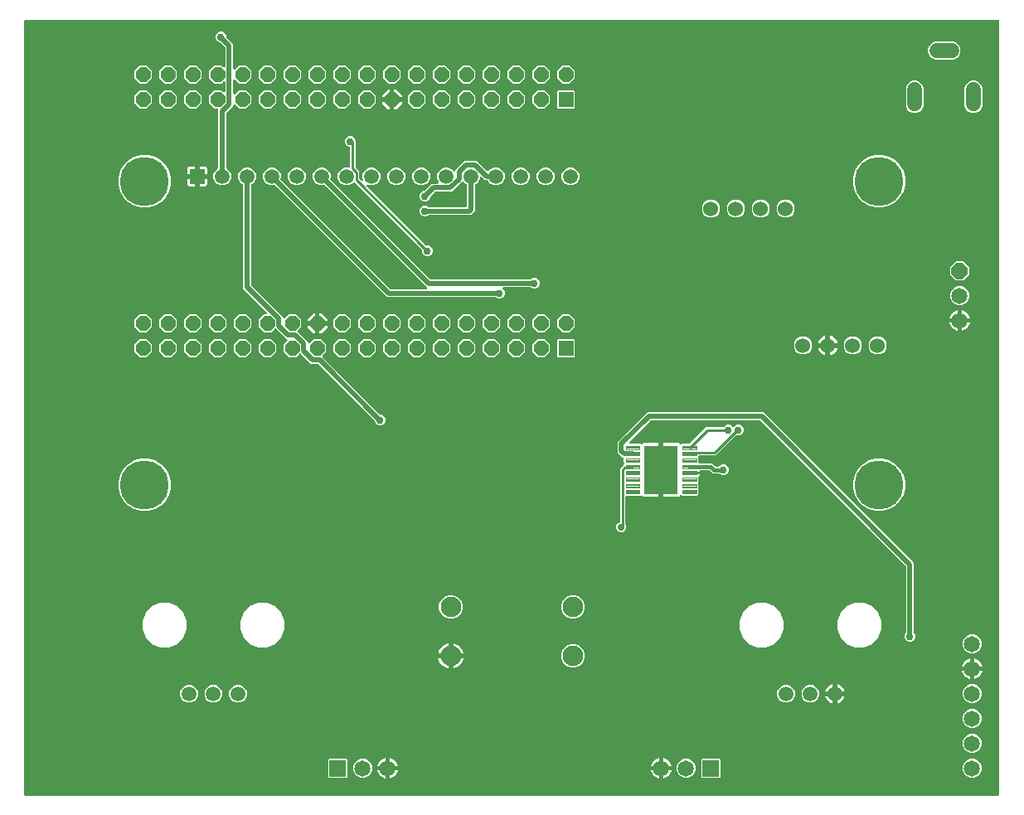
<source format=gbr>
G04 EAGLE Gerber RS-274X export*
G75*
%MOMM*%
%FSLAX34Y34*%
%LPD*%
%INBottom Copper*%
%IPPOS*%
%AMOC8*
5,1,8,0,0,1.08239X$1,22.5*%
G01*
%ADD10R,1.524000X1.524000*%
%ADD11P,1.649562X8X202.500000*%
%ADD12C,1.508000*%
%ADD13C,1.524000*%
%ADD14C,1.651000*%
%ADD15C,0.112500*%
%ADD16R,3.400000X5.000000*%
%ADD17C,0.708000*%
%ADD18R,1.508000X1.508000*%
%ADD19C,1.508000*%
%ADD20C,5.000000*%
%ADD21P,1.787026X8X202.500000*%
%ADD22R,1.651000X1.651000*%
%ADD23C,2.100000*%
%ADD24C,0.381000*%
%ADD25C,0.756400*%
%ADD26C,0.508000*%
%ADD27C,0.711200*%
%ADD28C,0.254000*%

G36*
X1004688Y10176D02*
X1004688Y10176D01*
X1004807Y10183D01*
X1004845Y10196D01*
X1004886Y10201D01*
X1004996Y10244D01*
X1005109Y10281D01*
X1005144Y10303D01*
X1005181Y10318D01*
X1005277Y10387D01*
X1005378Y10451D01*
X1005406Y10481D01*
X1005439Y10504D01*
X1005515Y10596D01*
X1005596Y10683D01*
X1005616Y10718D01*
X1005641Y10749D01*
X1005692Y10857D01*
X1005750Y10961D01*
X1005760Y11001D01*
X1005777Y11037D01*
X1005799Y11154D01*
X1005829Y11269D01*
X1005833Y11329D01*
X1005837Y11349D01*
X1005835Y11370D01*
X1005839Y11430D01*
X1005839Y801370D01*
X1005824Y801488D01*
X1005817Y801607D01*
X1005804Y801645D01*
X1005799Y801686D01*
X1005756Y801796D01*
X1005719Y801909D01*
X1005697Y801944D01*
X1005682Y801981D01*
X1005613Y802077D01*
X1005549Y802178D01*
X1005519Y802206D01*
X1005496Y802239D01*
X1005404Y802315D01*
X1005317Y802396D01*
X1005282Y802416D01*
X1005251Y802441D01*
X1005143Y802492D01*
X1005039Y802550D01*
X1004999Y802560D01*
X1004963Y802577D01*
X1004846Y802599D01*
X1004731Y802629D01*
X1004671Y802633D01*
X1004651Y802637D01*
X1004630Y802635D01*
X1004570Y802639D01*
X11430Y802639D01*
X11312Y802624D01*
X11193Y802617D01*
X11155Y802604D01*
X11114Y802599D01*
X11004Y802556D01*
X10891Y802519D01*
X10856Y802497D01*
X10819Y802482D01*
X10723Y802413D01*
X10622Y802349D01*
X10594Y802319D01*
X10561Y802296D01*
X10485Y802204D01*
X10404Y802117D01*
X10384Y802082D01*
X10359Y802051D01*
X10308Y801943D01*
X10250Y801839D01*
X10240Y801799D01*
X10223Y801763D01*
X10201Y801646D01*
X10171Y801531D01*
X10167Y801471D01*
X10163Y801451D01*
X10165Y801430D01*
X10161Y801370D01*
X10161Y11430D01*
X10176Y11312D01*
X10183Y11193D01*
X10196Y11155D01*
X10201Y11114D01*
X10244Y11004D01*
X10281Y10891D01*
X10303Y10856D01*
X10318Y10819D01*
X10387Y10723D01*
X10451Y10622D01*
X10481Y10594D01*
X10504Y10561D01*
X10596Y10485D01*
X10683Y10404D01*
X10718Y10384D01*
X10749Y10359D01*
X10857Y10308D01*
X10961Y10250D01*
X11001Y10240D01*
X11037Y10223D01*
X11154Y10201D01*
X11269Y10171D01*
X11329Y10167D01*
X11349Y10163D01*
X11370Y10165D01*
X11430Y10161D01*
X1004570Y10161D01*
X1004688Y10176D01*
G37*
%LPC*%
G36*
X913344Y167413D02*
X913344Y167413D01*
X911394Y168221D01*
X909901Y169714D01*
X909093Y171664D01*
X909093Y173776D01*
X909901Y175726D01*
X909964Y175788D01*
X910024Y175867D01*
X910092Y175939D01*
X910121Y175992D01*
X910158Y176040D01*
X910198Y176131D01*
X910246Y176217D01*
X910261Y176276D01*
X910285Y176332D01*
X910300Y176429D01*
X910325Y176525D01*
X910331Y176625D01*
X910335Y176646D01*
X910333Y176658D01*
X910335Y176686D01*
X910335Y244171D01*
X910323Y244269D01*
X910320Y244368D01*
X910303Y244426D01*
X910295Y244486D01*
X910259Y244578D01*
X910231Y244673D01*
X910201Y244725D01*
X910178Y244782D01*
X910120Y244862D01*
X910070Y244947D01*
X910004Y245023D01*
X909992Y245039D01*
X909982Y245047D01*
X909964Y245068D01*
X762104Y392928D01*
X762026Y392988D01*
X761954Y393056D01*
X761901Y393085D01*
X761853Y393122D01*
X761762Y393162D01*
X761675Y393210D01*
X761617Y393225D01*
X761561Y393249D01*
X761463Y393264D01*
X761367Y393289D01*
X761267Y393295D01*
X761247Y393299D01*
X761235Y393297D01*
X761207Y393299D01*
X650156Y393299D01*
X650057Y393287D01*
X649958Y393284D01*
X649900Y393267D01*
X649840Y393259D01*
X649748Y393223D01*
X649653Y393195D01*
X649601Y393165D01*
X649544Y393142D01*
X649464Y393084D01*
X649379Y393034D01*
X649303Y392968D01*
X649287Y392956D01*
X649279Y392946D01*
X649258Y392928D01*
X627922Y371591D01*
X627837Y371482D01*
X627748Y371375D01*
X627739Y371356D01*
X627727Y371340D01*
X627672Y371212D01*
X627613Y371087D01*
X627609Y371067D01*
X627601Y371048D01*
X627579Y370910D01*
X627553Y370774D01*
X627554Y370754D01*
X627551Y370734D01*
X627564Y370595D01*
X627573Y370457D01*
X627579Y370438D01*
X627581Y370418D01*
X627628Y370286D01*
X627671Y370155D01*
X627681Y370137D01*
X627688Y370118D01*
X627766Y370003D01*
X627841Y369886D01*
X627856Y369872D01*
X627867Y369855D01*
X627971Y369763D01*
X628072Y369668D01*
X628090Y369658D01*
X628105Y369645D01*
X628229Y369581D01*
X628351Y369514D01*
X628370Y369509D01*
X628389Y369500D01*
X628524Y369470D01*
X628659Y369435D01*
X628687Y369433D01*
X628699Y369430D01*
X628719Y369431D01*
X628819Y369425D01*
X639202Y369425D01*
X639392Y369235D01*
X639491Y369158D01*
X639587Y369075D01*
X639617Y369060D01*
X639643Y369040D01*
X639758Y368990D01*
X639871Y368934D01*
X639904Y368927D01*
X639935Y368914D01*
X640059Y368894D01*
X640182Y368868D01*
X640216Y368869D01*
X640249Y368864D01*
X640375Y368875D01*
X640500Y368881D01*
X640532Y368890D01*
X640566Y368893D01*
X640684Y368936D01*
X640805Y368972D01*
X640833Y368990D01*
X640865Y369001D01*
X640969Y369072D01*
X641077Y369137D01*
X641100Y369161D01*
X641128Y369180D01*
X641211Y369274D01*
X641300Y369364D01*
X641327Y369404D01*
X641339Y369418D01*
X641348Y369437D01*
X641357Y369450D01*
X641840Y369933D01*
X642419Y370268D01*
X643066Y370441D01*
X657861Y370441D01*
X657861Y367230D01*
X657867Y367180D01*
X657865Y367131D01*
X657887Y367023D01*
X657901Y366914D01*
X657919Y366868D01*
X657929Y366819D01*
X657977Y366721D01*
X658018Y366619D01*
X658047Y366578D01*
X658069Y366534D01*
X658140Y366450D01*
X658205Y366361D01*
X658243Y366330D01*
X658275Y366292D01*
X658365Y366229D01*
X658449Y366158D01*
X658494Y366137D01*
X658535Y366109D01*
X658638Y366070D01*
X658737Y366023D01*
X658786Y366014D01*
X658833Y365996D01*
X658942Y365984D01*
X658955Y365981D01*
X658979Y365975D01*
X658992Y365974D01*
X659050Y365963D01*
X659099Y365966D01*
X659149Y365961D01*
X659177Y365965D01*
X661581Y365965D01*
X661589Y365963D01*
X661615Y365965D01*
X661660Y365965D01*
X661701Y365970D01*
X661807Y365968D01*
X661857Y365980D01*
X661907Y365983D01*
X661973Y366004D01*
X661975Y366005D01*
X661983Y366008D01*
X662010Y366016D01*
X662117Y366042D01*
X662161Y366065D01*
X662209Y366081D01*
X662302Y366139D01*
X662398Y366190D01*
X662435Y366224D01*
X662478Y366251D01*
X662553Y366331D01*
X662634Y366404D01*
X662661Y366446D01*
X662696Y366483D01*
X662749Y366578D01*
X662809Y366669D01*
X662825Y366717D01*
X662849Y366761D01*
X662877Y366867D01*
X662912Y366970D01*
X662916Y367020D01*
X662929Y367069D01*
X662939Y367230D01*
X662939Y370441D01*
X677734Y370441D01*
X678381Y370268D01*
X678960Y369933D01*
X679461Y369432D01*
X679487Y369397D01*
X679558Y369294D01*
X679583Y369271D01*
X679603Y369244D01*
X679702Y369166D01*
X679796Y369083D01*
X679826Y369068D01*
X679853Y369047D01*
X679967Y368996D01*
X680080Y368938D01*
X680112Y368931D01*
X680143Y368917D01*
X680267Y368896D01*
X680390Y368869D01*
X680424Y368870D01*
X680457Y368864D01*
X680582Y368875D01*
X680708Y368878D01*
X680740Y368888D01*
X680774Y368891D01*
X680893Y368932D01*
X681013Y368967D01*
X681042Y368984D01*
X681074Y368995D01*
X681179Y369065D01*
X681287Y369128D01*
X681324Y369161D01*
X681339Y369171D01*
X681354Y369187D01*
X681408Y369235D01*
X681598Y369425D01*
X688697Y369425D01*
X688795Y369437D01*
X688894Y369440D01*
X688952Y369457D01*
X689012Y369465D01*
X689104Y369501D01*
X689199Y369529D01*
X689252Y369559D01*
X689308Y369582D01*
X689388Y369640D01*
X689473Y369690D01*
X689549Y369756D01*
X689565Y369768D01*
X689573Y369778D01*
X689594Y369796D01*
X706132Y386335D01*
X723744Y386335D01*
X723842Y386347D01*
X723941Y386350D01*
X724000Y386367D01*
X724060Y386375D01*
X724152Y386411D01*
X724247Y386439D01*
X724299Y386469D01*
X724355Y386492D01*
X724435Y386550D01*
X724521Y386600D01*
X724596Y386666D01*
X724613Y386678D01*
X724620Y386688D01*
X724642Y386706D01*
X725974Y388039D01*
X727924Y388847D01*
X730036Y388847D01*
X731986Y388039D01*
X733162Y386862D01*
X733257Y386789D01*
X733346Y386711D01*
X733382Y386692D01*
X733414Y386667D01*
X733523Y386620D01*
X733629Y386566D01*
X733668Y386557D01*
X733706Y386541D01*
X733823Y386522D01*
X733939Y386496D01*
X733980Y386498D01*
X734020Y386491D01*
X734138Y386502D01*
X734257Y386506D01*
X734296Y386517D01*
X734336Y386521D01*
X734449Y386561D01*
X734563Y386594D01*
X734597Y386615D01*
X734636Y386629D01*
X734734Y386695D01*
X734837Y386756D01*
X734882Y386796D01*
X734899Y386807D01*
X734912Y386822D01*
X734957Y386862D01*
X736134Y388039D01*
X738084Y388847D01*
X740196Y388847D01*
X742146Y388039D01*
X743639Y386546D01*
X744447Y384596D01*
X744447Y382484D01*
X743639Y380534D01*
X742146Y379041D01*
X740196Y378233D01*
X738084Y378233D01*
X738049Y378248D01*
X738020Y378256D01*
X737994Y378269D01*
X737867Y378298D01*
X737742Y378332D01*
X737712Y378333D01*
X737683Y378339D01*
X737554Y378335D01*
X737424Y378337D01*
X737395Y378330D01*
X737366Y378329D01*
X737241Y378293D01*
X737115Y378263D01*
X737088Y378249D01*
X737060Y378241D01*
X736948Y378175D01*
X736833Y378114D01*
X736812Y378094D01*
X736786Y378079D01*
X736665Y377973D01*
X716503Y357811D01*
X699694Y357811D01*
X699576Y357796D01*
X699457Y357789D01*
X699419Y357776D01*
X699378Y357771D01*
X699268Y357728D01*
X699155Y357691D01*
X699120Y357669D01*
X699083Y357654D01*
X698987Y357585D01*
X698886Y357521D01*
X698858Y357491D01*
X698825Y357468D01*
X698749Y357376D01*
X698668Y357289D01*
X698648Y357254D01*
X698623Y357223D01*
X698572Y357115D01*
X698514Y357011D01*
X698504Y356971D01*
X698487Y356935D01*
X698465Y356818D01*
X698435Y356703D01*
X698431Y356643D01*
X698427Y356623D01*
X698429Y356602D01*
X698425Y356542D01*
X698425Y356536D01*
X698382Y356437D01*
X698328Y356331D01*
X698319Y356292D01*
X698303Y356254D01*
X698284Y356137D01*
X698258Y356021D01*
X698259Y355980D01*
X698253Y355940D01*
X698264Y355822D01*
X698268Y355703D01*
X698279Y355664D01*
X698283Y355624D01*
X698323Y355512D01*
X698356Y355397D01*
X698377Y355363D01*
X698390Y355324D01*
X698425Y355274D01*
X698425Y350663D01*
X698440Y350545D01*
X698447Y350426D01*
X698460Y350388D01*
X698465Y350347D01*
X698508Y350237D01*
X698545Y350124D01*
X698567Y350089D01*
X698582Y350052D01*
X698651Y349956D01*
X698715Y349855D01*
X698745Y349827D01*
X698768Y349794D01*
X698860Y349718D01*
X698947Y349637D01*
X698982Y349617D01*
X699013Y349592D01*
X699121Y349541D01*
X699225Y349483D01*
X699265Y349473D01*
X699301Y349456D01*
X699418Y349434D01*
X699533Y349404D01*
X699593Y349400D01*
X699613Y349396D01*
X699634Y349398D01*
X699694Y349394D01*
X712375Y349394D01*
X715067Y346701D01*
X715145Y346641D01*
X715217Y346573D01*
X715270Y346544D01*
X715318Y346507D01*
X715409Y346467D01*
X715496Y346419D01*
X715554Y346404D01*
X715610Y346380D01*
X715708Y346365D01*
X715804Y346340D01*
X715904Y346334D01*
X715924Y346330D01*
X715936Y346332D01*
X715964Y346330D01*
X719299Y346330D01*
X719397Y346342D01*
X719496Y346345D01*
X719555Y346362D01*
X719615Y346370D01*
X719707Y346406D01*
X719802Y346434D01*
X719854Y346464D01*
X719910Y346487D01*
X719990Y346545D01*
X720076Y346595D01*
X720151Y346661D01*
X720168Y346673D01*
X720176Y346683D01*
X720197Y346702D01*
X720894Y347399D01*
X722844Y348207D01*
X724956Y348207D01*
X726906Y347399D01*
X728399Y345906D01*
X729207Y343956D01*
X729207Y341844D01*
X728399Y339894D01*
X726906Y338401D01*
X724956Y337593D01*
X722844Y337593D01*
X720894Y338401D01*
X720197Y339098D01*
X720119Y339159D01*
X720046Y339227D01*
X719993Y339256D01*
X719945Y339293D01*
X719854Y339333D01*
X719768Y339381D01*
X719709Y339396D01*
X719654Y339420D01*
X719556Y339435D01*
X719460Y339460D01*
X719360Y339466D01*
X719339Y339470D01*
X719327Y339468D01*
X719299Y339470D01*
X712597Y339470D01*
X709905Y342163D01*
X709827Y342223D01*
X709755Y342291D01*
X709702Y342320D01*
X709654Y342357D01*
X709563Y342397D01*
X709476Y342445D01*
X709418Y342460D01*
X709362Y342484D01*
X709264Y342499D01*
X709168Y342524D01*
X709068Y342530D01*
X709048Y342534D01*
X709035Y342532D01*
X709007Y342534D01*
X700710Y342534D01*
X700592Y342519D01*
X700473Y342512D01*
X700435Y342499D01*
X700394Y342494D01*
X700284Y342451D01*
X700171Y342414D01*
X700136Y342392D01*
X700099Y342377D01*
X700003Y342308D01*
X699902Y342244D01*
X699874Y342214D01*
X699841Y342191D01*
X699765Y342099D01*
X699684Y342012D01*
X699664Y341977D01*
X699639Y341946D01*
X699588Y341838D01*
X699530Y341734D01*
X699520Y341694D01*
X699503Y341658D01*
X699481Y341541D01*
X699451Y341426D01*
X699447Y341366D01*
X699443Y341346D01*
X699445Y341325D01*
X699441Y341265D01*
X699441Y340919D01*
X689400Y340919D01*
X689282Y340904D01*
X689163Y340897D01*
X689125Y340885D01*
X689085Y340880D01*
X688974Y340836D01*
X688861Y340799D01*
X688827Y340777D01*
X688789Y340763D01*
X688693Y340693D01*
X688592Y340629D01*
X688564Y340599D01*
X688532Y340576D01*
X688456Y340484D01*
X688374Y340397D01*
X688355Y340362D01*
X688329Y340331D01*
X688278Y340223D01*
X688221Y340119D01*
X688211Y340080D01*
X688193Y340043D01*
X688171Y339926D01*
X688141Y339811D01*
X688137Y339751D01*
X688134Y339731D01*
X688134Y339730D01*
X688135Y339710D01*
X688131Y339650D01*
X688146Y339532D01*
X688153Y339413D01*
X688166Y339374D01*
X688171Y339334D01*
X688215Y339224D01*
X688251Y339110D01*
X688273Y339076D01*
X688288Y339039D01*
X688358Y338942D01*
X688422Y338842D01*
X688451Y338814D01*
X688475Y338781D01*
X688567Y338705D01*
X688653Y338624D01*
X688689Y338604D01*
X688720Y338578D01*
X688827Y338528D01*
X688932Y338470D01*
X688971Y338460D01*
X689007Y338443D01*
X689124Y338421D01*
X689240Y338391D01*
X689300Y338387D01*
X689320Y338383D01*
X689340Y338384D01*
X689400Y338381D01*
X699441Y338381D01*
X699441Y337554D01*
X699229Y336765D01*
X698821Y336057D01*
X698796Y336033D01*
X698736Y335955D01*
X698668Y335882D01*
X698639Y335829D01*
X698602Y335782D01*
X698562Y335691D01*
X698514Y335604D01*
X698499Y335545D01*
X698475Y335490D01*
X698460Y335392D01*
X698435Y335296D01*
X698429Y335196D01*
X698425Y335176D01*
X698427Y335163D01*
X698425Y335135D01*
X698425Y330536D01*
X698382Y330437D01*
X698328Y330331D01*
X698319Y330292D01*
X698303Y330254D01*
X698284Y330137D01*
X698258Y330021D01*
X698259Y329980D01*
X698253Y329940D01*
X698264Y329822D01*
X698268Y329703D01*
X698279Y329664D01*
X698283Y329624D01*
X698323Y329512D01*
X698356Y329397D01*
X698377Y329363D01*
X698390Y329324D01*
X698425Y329274D01*
X698425Y324036D01*
X698382Y323937D01*
X698328Y323831D01*
X698319Y323792D01*
X698303Y323754D01*
X698284Y323637D01*
X698258Y323521D01*
X698259Y323480D01*
X698253Y323440D01*
X698264Y323322D01*
X698268Y323203D01*
X698279Y323164D01*
X698283Y323124D01*
X698323Y323012D01*
X698356Y322897D01*
X698377Y322863D01*
X698390Y322824D01*
X698425Y322774D01*
X698425Y317598D01*
X697202Y316375D01*
X681598Y316375D01*
X681408Y316565D01*
X681309Y316642D01*
X681213Y316725D01*
X681183Y316740D01*
X681157Y316760D01*
X681042Y316810D01*
X680929Y316866D01*
X680896Y316873D01*
X680865Y316886D01*
X680741Y316906D01*
X680618Y316932D01*
X680584Y316931D01*
X680551Y316936D01*
X680425Y316925D01*
X680300Y316919D01*
X680268Y316910D01*
X680234Y316907D01*
X680116Y316864D01*
X679995Y316828D01*
X679967Y316810D01*
X679935Y316799D01*
X679831Y316728D01*
X679723Y316663D01*
X679700Y316639D01*
X679672Y316620D01*
X679589Y316526D01*
X679500Y316436D01*
X679473Y316396D01*
X679461Y316382D01*
X679452Y316363D01*
X679443Y316350D01*
X678960Y315867D01*
X678381Y315532D01*
X677734Y315359D01*
X662939Y315359D01*
X662939Y318570D01*
X662933Y318620D01*
X662935Y318671D01*
X662913Y318778D01*
X662899Y318886D01*
X662881Y318933D01*
X662871Y318982D01*
X662822Y319080D01*
X662782Y319181D01*
X662753Y319222D01*
X662730Y319268D01*
X662660Y319350D01*
X662595Y319439D01*
X662557Y319471D01*
X662524Y319509D01*
X662435Y319572D01*
X662350Y319642D01*
X662305Y319663D01*
X662264Y319692D01*
X662161Y319731D01*
X662063Y319777D01*
X662013Y319787D01*
X661966Y319804D01*
X661857Y319816D01*
X661845Y319819D01*
X661821Y319825D01*
X661808Y319826D01*
X661750Y319837D01*
X661700Y319834D01*
X661650Y319839D01*
X661622Y319835D01*
X659219Y319835D01*
X659211Y319837D01*
X659185Y319835D01*
X659140Y319835D01*
X659099Y319830D01*
X658991Y319832D01*
X658943Y319820D01*
X658893Y319817D01*
X658827Y319796D01*
X658825Y319795D01*
X658817Y319792D01*
X658789Y319783D01*
X658682Y319758D01*
X658638Y319734D01*
X658591Y319719D01*
X658498Y319660D01*
X658401Y319609D01*
X658364Y319576D01*
X658322Y319549D01*
X658247Y319469D01*
X658165Y319395D01*
X658138Y319354D01*
X658104Y319317D01*
X658051Y319221D01*
X657991Y319129D01*
X657974Y319082D01*
X657950Y319039D01*
X657923Y318932D01*
X657887Y318829D01*
X657883Y318779D01*
X657871Y318731D01*
X657861Y318570D01*
X657861Y315359D01*
X643066Y315359D01*
X642419Y315532D01*
X641840Y315867D01*
X641339Y316368D01*
X641313Y316403D01*
X641242Y316506D01*
X641217Y316529D01*
X641197Y316556D01*
X641098Y316634D01*
X641004Y316717D01*
X640974Y316732D01*
X640947Y316753D01*
X640833Y316804D01*
X640720Y316862D01*
X640688Y316869D01*
X640657Y316883D01*
X640533Y316904D01*
X640410Y316931D01*
X640376Y316930D01*
X640343Y316936D01*
X640218Y316925D01*
X640092Y316922D01*
X640060Y316912D01*
X640026Y316909D01*
X639907Y316868D01*
X639787Y316833D01*
X639758Y316816D01*
X639726Y316805D01*
X639621Y316735D01*
X639513Y316672D01*
X639476Y316639D01*
X639461Y316629D01*
X639446Y316613D01*
X639392Y316565D01*
X639202Y316375D01*
X625170Y316375D01*
X625052Y316360D01*
X624933Y316353D01*
X624895Y316340D01*
X624854Y316335D01*
X624744Y316292D01*
X624631Y316255D01*
X624596Y316233D01*
X624559Y316218D01*
X624463Y316149D01*
X624362Y316085D01*
X624334Y316055D01*
X624301Y316032D01*
X624225Y315940D01*
X624144Y315853D01*
X624124Y315818D01*
X624099Y315787D01*
X624048Y315679D01*
X623990Y315575D01*
X623980Y315535D01*
X623963Y315499D01*
X623941Y315382D01*
X623911Y315267D01*
X623907Y315207D01*
X623903Y315187D01*
X623905Y315166D01*
X623901Y315106D01*
X623901Y288012D01*
X623902Y288003D01*
X623901Y287994D01*
X623922Y287845D01*
X623941Y287697D01*
X623944Y287688D01*
X623945Y287679D01*
X623997Y287527D01*
X624841Y285491D01*
X624841Y283469D01*
X624067Y281602D01*
X622638Y280173D01*
X620771Y279399D01*
X618749Y279399D01*
X616882Y280173D01*
X615453Y281602D01*
X614679Y283469D01*
X614679Y285491D01*
X615453Y287358D01*
X616882Y288787D01*
X617528Y289055D01*
X617553Y289069D01*
X617581Y289078D01*
X617691Y289148D01*
X617804Y289212D01*
X617825Y289233D01*
X617850Y289249D01*
X617939Y289343D01*
X618032Y289434D01*
X618048Y289459D01*
X618068Y289480D01*
X618131Y289594D01*
X618199Y289705D01*
X618207Y289733D01*
X618222Y289759D01*
X618254Y289884D01*
X618292Y290009D01*
X618294Y290038D01*
X618301Y290067D01*
X618311Y290227D01*
X618311Y343885D01*
X622004Y347578D01*
X622064Y347656D01*
X622132Y347728D01*
X622161Y347781D01*
X622198Y347829D01*
X622238Y347920D01*
X622286Y348007D01*
X622301Y348065D01*
X622325Y348121D01*
X622340Y348219D01*
X622365Y348314D01*
X622371Y348415D01*
X622375Y348435D01*
X622373Y348447D01*
X622375Y348475D01*
X622375Y348764D01*
X622418Y348863D01*
X622472Y348969D01*
X622481Y349008D01*
X622497Y349046D01*
X622516Y349163D01*
X622542Y349279D01*
X622541Y349320D01*
X622547Y349360D01*
X622536Y349478D01*
X622532Y349597D01*
X622521Y349636D01*
X622517Y349676D01*
X622477Y349788D01*
X622444Y349903D01*
X622423Y349937D01*
X622410Y349976D01*
X622375Y350026D01*
X622375Y354002D01*
X622360Y354120D01*
X622353Y354239D01*
X622340Y354277D01*
X622335Y354318D01*
X622292Y354428D01*
X622255Y354541D01*
X622233Y354576D01*
X622218Y354613D01*
X622149Y354709D01*
X622085Y354810D01*
X622055Y354838D01*
X622032Y354871D01*
X621940Y354947D01*
X621853Y355028D01*
X621818Y355048D01*
X621787Y355073D01*
X621679Y355124D01*
X621575Y355182D01*
X621535Y355192D01*
X621499Y355209D01*
X621382Y355231D01*
X621267Y355261D01*
X621207Y355265D01*
X621187Y355269D01*
X621166Y355267D01*
X621106Y355271D01*
X620862Y355271D01*
X618110Y358024D01*
X615771Y360362D01*
X615771Y370938D01*
X646262Y401429D01*
X765100Y401429D01*
X918465Y248064D01*
X918465Y176686D01*
X918477Y176588D01*
X918480Y176489D01*
X918497Y176430D01*
X918505Y176370D01*
X918541Y176278D01*
X918569Y176183D01*
X918599Y176131D01*
X918622Y176075D01*
X918680Y175995D01*
X918730Y175909D01*
X918796Y175834D01*
X918808Y175817D01*
X918818Y175810D01*
X918836Y175788D01*
X918899Y175726D01*
X919707Y173776D01*
X919707Y171664D01*
X918899Y169714D01*
X917406Y168221D01*
X915456Y167413D01*
X913344Y167413D01*
G37*
%LPD*%
%LPC*%
G36*
X494244Y517933D02*
X494244Y517933D01*
X492294Y518741D01*
X492232Y518804D01*
X492153Y518864D01*
X492081Y518932D01*
X492028Y518961D01*
X491980Y518998D01*
X491889Y519038D01*
X491803Y519086D01*
X491744Y519101D01*
X491688Y519125D01*
X491591Y519140D01*
X491495Y519165D01*
X491395Y519171D01*
X491374Y519175D01*
X491362Y519173D01*
X491334Y519175D01*
X380476Y519175D01*
X266273Y633379D01*
X266249Y633397D01*
X266230Y633419D01*
X266124Y633494D01*
X266022Y633574D01*
X265994Y633585D01*
X265970Y633602D01*
X265849Y633648D01*
X265730Y633700D01*
X265700Y633705D01*
X265673Y633715D01*
X265544Y633730D01*
X265416Y633750D01*
X265386Y633747D01*
X265357Y633750D01*
X265228Y633732D01*
X265099Y633720D01*
X265071Y633710D01*
X265042Y633706D01*
X264890Y633654D01*
X264603Y633535D01*
X260997Y633535D01*
X257665Y634915D01*
X255115Y637465D01*
X253735Y640797D01*
X253735Y644403D01*
X255115Y647735D01*
X257665Y650285D01*
X260997Y651665D01*
X264603Y651665D01*
X267935Y650285D01*
X270485Y647735D01*
X271865Y644403D01*
X271865Y640797D01*
X271746Y640510D01*
X271738Y640482D01*
X271725Y640456D01*
X271696Y640329D01*
X271662Y640204D01*
X271662Y640174D01*
X271655Y640145D01*
X271659Y640016D01*
X271657Y639886D01*
X271664Y639857D01*
X271665Y639827D01*
X271701Y639703D01*
X271731Y639576D01*
X271745Y639550D01*
X271753Y639522D01*
X271819Y639410D01*
X271880Y639295D01*
X271900Y639274D01*
X271915Y639248D01*
X272021Y639127D01*
X383472Y527676D01*
X383550Y527616D01*
X383622Y527548D01*
X383675Y527519D01*
X383723Y527482D01*
X383814Y527442D01*
X383901Y527394D01*
X383959Y527379D01*
X384015Y527355D01*
X384113Y527340D01*
X384209Y527315D01*
X384309Y527309D01*
X384329Y527305D01*
X384341Y527307D01*
X384369Y527305D01*
X420083Y527305D01*
X420220Y527322D01*
X420359Y527335D01*
X420378Y527342D01*
X420398Y527345D01*
X420527Y527396D01*
X420658Y527443D01*
X420675Y527454D01*
X420694Y527462D01*
X420806Y527543D01*
X420921Y527621D01*
X420935Y527637D01*
X420951Y527648D01*
X421040Y527756D01*
X421132Y527860D01*
X421141Y527878D01*
X421154Y527893D01*
X421213Y528019D01*
X421276Y528143D01*
X421281Y528163D01*
X421290Y528181D01*
X421316Y528317D01*
X421346Y528453D01*
X421346Y528474D01*
X421349Y528493D01*
X421341Y528632D01*
X421336Y528771D01*
X421331Y528791D01*
X421330Y528811D01*
X421287Y528943D01*
X421248Y529077D01*
X421238Y529094D01*
X421232Y529113D01*
X421157Y529231D01*
X421087Y529351D01*
X421068Y529372D01*
X421061Y529382D01*
X421046Y529396D01*
X420980Y529471D01*
X418364Y532088D01*
X317073Y633379D01*
X317049Y633397D01*
X317030Y633419D01*
X316924Y633494D01*
X316822Y633574D01*
X316794Y633585D01*
X316770Y633602D01*
X316649Y633648D01*
X316530Y633700D01*
X316500Y633705D01*
X316473Y633715D01*
X316344Y633730D01*
X316216Y633750D01*
X316186Y633747D01*
X316157Y633750D01*
X316028Y633732D01*
X315899Y633720D01*
X315871Y633710D01*
X315842Y633706D01*
X315690Y633654D01*
X315403Y633535D01*
X311797Y633535D01*
X308465Y634915D01*
X305915Y637465D01*
X304535Y640797D01*
X304535Y644403D01*
X305915Y647735D01*
X308465Y650285D01*
X311797Y651665D01*
X315403Y651665D01*
X318735Y650285D01*
X321285Y647735D01*
X322665Y644403D01*
X322665Y640797D01*
X322546Y640510D01*
X322538Y640482D01*
X322525Y640456D01*
X322496Y640329D01*
X322462Y640204D01*
X322462Y640174D01*
X322455Y640145D01*
X322459Y640016D01*
X322457Y639886D01*
X322464Y639857D01*
X322465Y639827D01*
X322501Y639703D01*
X322531Y639576D01*
X322545Y639550D01*
X322553Y639522D01*
X322619Y639410D01*
X322680Y639295D01*
X322700Y639274D01*
X322715Y639248D01*
X322821Y639127D01*
X424112Y537836D01*
X424190Y537776D01*
X424262Y537708D01*
X424315Y537679D01*
X424363Y537642D01*
X424454Y537602D01*
X424541Y537554D01*
X424599Y537539D01*
X424655Y537515D01*
X424753Y537500D01*
X424849Y537475D01*
X424949Y537469D01*
X424969Y537465D01*
X424981Y537467D01*
X425009Y537465D01*
X526894Y537465D01*
X526992Y537477D01*
X527091Y537480D01*
X527150Y537497D01*
X527210Y537505D01*
X527302Y537541D01*
X527397Y537569D01*
X527449Y537599D01*
X527505Y537622D01*
X527585Y537680D01*
X527671Y537730D01*
X527746Y537796D01*
X527763Y537808D01*
X527770Y537818D01*
X527792Y537836D01*
X527854Y537899D01*
X529804Y538707D01*
X531916Y538707D01*
X533866Y537899D01*
X535359Y536406D01*
X536167Y534456D01*
X536167Y532344D01*
X535359Y530394D01*
X533866Y528901D01*
X531916Y528093D01*
X529804Y528093D01*
X527854Y528901D01*
X527792Y528964D01*
X527713Y529024D01*
X527641Y529092D01*
X527588Y529121D01*
X527540Y529158D01*
X527449Y529198D01*
X527363Y529246D01*
X527304Y529261D01*
X527248Y529285D01*
X527151Y529300D01*
X527055Y529325D01*
X526955Y529331D01*
X526934Y529335D01*
X526922Y529333D01*
X526894Y529335D01*
X499774Y529335D01*
X499636Y529318D01*
X499497Y529305D01*
X499478Y529298D01*
X499458Y529295D01*
X499329Y529244D01*
X499198Y529197D01*
X499181Y529186D01*
X499163Y529178D01*
X499050Y529097D01*
X498935Y529019D01*
X498922Y529003D01*
X498905Y528992D01*
X498816Y528884D01*
X498725Y528780D01*
X498715Y528762D01*
X498702Y528747D01*
X498643Y528621D01*
X498580Y528497D01*
X498576Y528477D01*
X498567Y528459D01*
X498541Y528322D01*
X498510Y528187D01*
X498511Y528166D01*
X498507Y528147D01*
X498516Y528008D01*
X498520Y527869D01*
X498526Y527849D01*
X498527Y527829D01*
X498570Y527697D01*
X498608Y527563D01*
X498619Y527546D01*
X498625Y527527D01*
X498699Y527409D01*
X498770Y527289D01*
X498789Y527268D01*
X498795Y527258D01*
X498810Y527244D01*
X498876Y527169D01*
X499799Y526246D01*
X500607Y524296D01*
X500607Y522184D01*
X499799Y520234D01*
X498306Y518741D01*
X496356Y517933D01*
X494244Y517933D01*
G37*
%LPD*%
%LPC*%
G36*
X372324Y388393D02*
X372324Y388393D01*
X370374Y389201D01*
X368881Y390694D01*
X368073Y392644D01*
X368073Y392733D01*
X368061Y392831D01*
X368058Y392930D01*
X368041Y392988D01*
X368033Y393048D01*
X367997Y393140D01*
X367969Y393235D01*
X367939Y393287D01*
X367916Y393344D01*
X367858Y393424D01*
X367808Y393509D01*
X367742Y393585D01*
X367730Y393601D01*
X367720Y393609D01*
X367702Y393630D01*
X310352Y450980D01*
X310274Y451040D01*
X310202Y451108D01*
X310149Y451137D01*
X310101Y451174D01*
X310010Y451214D01*
X309923Y451262D01*
X309865Y451277D01*
X309809Y451301D01*
X309711Y451316D01*
X309615Y451341D01*
X309515Y451347D01*
X309495Y451351D01*
X309483Y451349D01*
X309455Y451351D01*
X302677Y451351D01*
X292728Y461300D01*
X292634Y461373D01*
X292544Y461452D01*
X292508Y461470D01*
X292476Y461495D01*
X292367Y461542D01*
X292261Y461597D01*
X292222Y461605D01*
X292185Y461621D01*
X292067Y461640D01*
X291951Y461666D01*
X291911Y461665D01*
X291871Y461671D01*
X291752Y461660D01*
X291633Y461657D01*
X291594Y461645D01*
X291554Y461641D01*
X291442Y461601D01*
X291328Y461568D01*
X291293Y461548D01*
X291255Y461534D01*
X291156Y461467D01*
X291054Y461407D01*
X291008Y461367D01*
X290991Y461355D01*
X290978Y461340D01*
X290933Y461300D01*
X287588Y457955D01*
X280012Y457955D01*
X274655Y463312D01*
X274655Y470888D01*
X278352Y474585D01*
X278437Y474694D01*
X278526Y474801D01*
X278534Y474820D01*
X278547Y474836D01*
X278602Y474964D01*
X278661Y475089D01*
X278665Y475109D01*
X278673Y475128D01*
X278695Y475266D01*
X278721Y475402D01*
X278720Y475422D01*
X278723Y475442D01*
X278710Y475581D01*
X278701Y475719D01*
X278695Y475738D01*
X278693Y475758D01*
X278646Y475889D01*
X278603Y476021D01*
X278593Y476039D01*
X278586Y476058D01*
X278508Y476173D01*
X278433Y476290D01*
X278418Y476304D01*
X278407Y476321D01*
X278303Y476413D01*
X278202Y476508D01*
X278184Y476518D01*
X278169Y476531D01*
X278045Y476595D01*
X277923Y476662D01*
X277904Y476667D01*
X277885Y476676D01*
X277750Y476706D01*
X277615Y476741D01*
X277587Y476743D01*
X277575Y476746D01*
X277555Y476745D01*
X277454Y476751D01*
X277277Y476751D01*
X274524Y479504D01*
X268772Y485256D01*
X267328Y486700D01*
X267234Y486773D01*
X267144Y486852D01*
X267108Y486870D01*
X267076Y486895D01*
X266967Y486942D01*
X266861Y486997D01*
X266822Y487005D01*
X266785Y487021D01*
X266667Y487040D01*
X266551Y487066D01*
X266511Y487065D01*
X266471Y487071D01*
X266352Y487060D01*
X266233Y487057D01*
X266194Y487045D01*
X266154Y487041D01*
X266042Y487001D01*
X265928Y486968D01*
X265893Y486948D01*
X265855Y486934D01*
X265756Y486867D01*
X265654Y486807D01*
X265608Y486767D01*
X265592Y486755D01*
X265578Y486740D01*
X265533Y486700D01*
X262188Y483355D01*
X254612Y483355D01*
X249255Y488712D01*
X249255Y496288D01*
X254612Y501645D01*
X256966Y501645D01*
X257104Y501662D01*
X257243Y501675D01*
X257262Y501682D01*
X257282Y501685D01*
X257411Y501736D01*
X257542Y501783D01*
X257559Y501794D01*
X257578Y501802D01*
X257690Y501883D01*
X257805Y501961D01*
X257819Y501977D01*
X257835Y501988D01*
X257924Y502096D01*
X258016Y502200D01*
X258025Y502218D01*
X258038Y502233D01*
X258097Y502359D01*
X258160Y502483D01*
X258165Y502503D01*
X258173Y502521D01*
X258199Y502657D01*
X258230Y502793D01*
X258229Y502814D01*
X258233Y502833D01*
X258224Y502972D01*
X258220Y503111D01*
X258215Y503131D01*
X258213Y503151D01*
X258170Y503283D01*
X258132Y503417D01*
X258121Y503434D01*
X258115Y503453D01*
X258041Y503571D01*
X257970Y503691D01*
X257952Y503712D01*
X257945Y503722D01*
X257930Y503736D01*
X257864Y503811D01*
X233335Y528340D01*
X233335Y633624D01*
X233332Y633653D01*
X233334Y633683D01*
X233312Y633811D01*
X233295Y633940D01*
X233285Y633967D01*
X233280Y633996D01*
X233226Y634115D01*
X233178Y634235D01*
X233161Y634259D01*
X233149Y634286D01*
X233068Y634387D01*
X232992Y634493D01*
X232969Y634511D01*
X232950Y634534D01*
X232847Y634613D01*
X232747Y634695D01*
X232720Y634708D01*
X232696Y634726D01*
X232552Y634797D01*
X232265Y634915D01*
X229715Y637465D01*
X228335Y640797D01*
X228335Y644403D01*
X229715Y647735D01*
X232265Y650285D01*
X235597Y651665D01*
X239203Y651665D01*
X242535Y650285D01*
X245085Y647735D01*
X246465Y644403D01*
X246465Y640797D01*
X245085Y637465D01*
X242535Y634915D01*
X242248Y634797D01*
X242223Y634782D01*
X242195Y634773D01*
X242085Y634703D01*
X241972Y634639D01*
X241951Y634619D01*
X241926Y634603D01*
X241837Y634508D01*
X241744Y634418D01*
X241728Y634393D01*
X241708Y634371D01*
X241645Y634257D01*
X241577Y634147D01*
X241569Y634118D01*
X241554Y634093D01*
X241522Y633967D01*
X241484Y633843D01*
X241482Y633813D01*
X241475Y633785D01*
X241465Y633624D01*
X241465Y532233D01*
X241477Y532135D01*
X241480Y532036D01*
X241497Y531978D01*
X241505Y531918D01*
X241541Y531825D01*
X241569Y531730D01*
X241599Y531678D01*
X241622Y531622D01*
X241680Y531542D01*
X241730Y531456D01*
X241796Y531381D01*
X241808Y531365D01*
X241818Y531357D01*
X241836Y531336D01*
X274149Y499023D01*
X274149Y498846D01*
X274166Y498708D01*
X274179Y498569D01*
X274186Y498550D01*
X274189Y498530D01*
X274240Y498401D01*
X274287Y498270D01*
X274298Y498253D01*
X274306Y498234D01*
X274387Y498122D01*
X274465Y498007D01*
X274481Y497993D01*
X274492Y497977D01*
X274600Y497888D01*
X274704Y497796D01*
X274722Y497787D01*
X274737Y497774D01*
X274863Y497715D01*
X274987Y497652D01*
X275007Y497647D01*
X275025Y497639D01*
X275161Y497613D01*
X275297Y497582D01*
X275318Y497583D01*
X275337Y497579D01*
X275476Y497587D01*
X275615Y497592D01*
X275635Y497597D01*
X275655Y497599D01*
X275787Y497641D01*
X275921Y497680D01*
X275938Y497690D01*
X275957Y497697D01*
X276075Y497771D01*
X276195Y497842D01*
X276216Y497860D01*
X276226Y497867D01*
X276240Y497882D01*
X276315Y497948D01*
X280012Y501645D01*
X287588Y501645D01*
X292945Y496288D01*
X292945Y488712D01*
X289600Y485367D01*
X289527Y485273D01*
X289448Y485184D01*
X289430Y485148D01*
X289405Y485116D01*
X289358Y485007D01*
X289303Y484901D01*
X289295Y484861D01*
X289279Y484824D01*
X289260Y484706D01*
X289234Y484590D01*
X289235Y484550D01*
X289229Y484510D01*
X289240Y484391D01*
X289243Y484273D01*
X289255Y484234D01*
X289259Y484193D01*
X289299Y484081D01*
X289332Y483967D01*
X289352Y483932D01*
X289366Y483894D01*
X289433Y483796D01*
X289493Y483693D01*
X289533Y483648D01*
X289545Y483631D01*
X289560Y483618D01*
X289600Y483572D01*
X299549Y473623D01*
X299549Y473446D01*
X299566Y473308D01*
X299579Y473169D01*
X299586Y473150D01*
X299589Y473130D01*
X299640Y473001D01*
X299687Y472870D01*
X299698Y472853D01*
X299706Y472834D01*
X299787Y472722D01*
X299865Y472607D01*
X299881Y472593D01*
X299892Y472577D01*
X300000Y472488D01*
X300104Y472396D01*
X300122Y472387D01*
X300137Y472374D01*
X300263Y472315D01*
X300387Y472252D01*
X300407Y472247D01*
X300425Y472239D01*
X300561Y472213D01*
X300697Y472182D01*
X300718Y472183D01*
X300737Y472179D01*
X300876Y472187D01*
X301015Y472192D01*
X301035Y472197D01*
X301055Y472199D01*
X301187Y472241D01*
X301321Y472280D01*
X301338Y472290D01*
X301357Y472297D01*
X301475Y472371D01*
X301595Y472442D01*
X301616Y472460D01*
X301626Y472467D01*
X301640Y472482D01*
X301715Y472548D01*
X305412Y476245D01*
X312988Y476245D01*
X318345Y470888D01*
X318345Y463312D01*
X314828Y459795D01*
X314755Y459701D01*
X314676Y459612D01*
X314658Y459576D01*
X314633Y459544D01*
X314586Y459435D01*
X314532Y459329D01*
X314523Y459289D01*
X314507Y459252D01*
X314488Y459135D01*
X314462Y459019D01*
X314463Y458978D01*
X314457Y458938D01*
X314468Y458820D01*
X314472Y458701D01*
X314483Y458662D01*
X314487Y458622D01*
X314527Y458509D01*
X314560Y458395D01*
X314581Y458360D01*
X314594Y458322D01*
X314661Y458224D01*
X314722Y458121D01*
X314761Y458076D01*
X314773Y458059D01*
X314788Y458046D01*
X314828Y458000D01*
X373450Y399378D01*
X373528Y399318D01*
X373600Y399250D01*
X373653Y399221D01*
X373701Y399184D01*
X373792Y399144D01*
X373879Y399096D01*
X373937Y399081D01*
X373993Y399057D01*
X374091Y399042D01*
X374187Y399017D01*
X374287Y399011D01*
X374307Y399007D01*
X374319Y399009D01*
X374347Y399007D01*
X374436Y399007D01*
X376386Y398199D01*
X377879Y396706D01*
X378687Y394756D01*
X378687Y392644D01*
X377879Y390694D01*
X376386Y389201D01*
X374436Y388393D01*
X372324Y388393D01*
G37*
%LPD*%
%LPC*%
G36*
X210197Y633535D02*
X210197Y633535D01*
X206865Y634915D01*
X204315Y637465D01*
X202935Y640797D01*
X202935Y644403D01*
X204315Y647735D01*
X206865Y650285D01*
X207152Y650403D01*
X207177Y650418D01*
X207205Y650427D01*
X207315Y650497D01*
X207428Y650561D01*
X207449Y650581D01*
X207474Y650597D01*
X207563Y650692D01*
X207656Y650782D01*
X207672Y650807D01*
X207692Y650829D01*
X207755Y650943D01*
X207823Y651053D01*
X207831Y651082D01*
X207846Y651107D01*
X207878Y651233D01*
X207916Y651357D01*
X207918Y651387D01*
X207925Y651415D01*
X207935Y651576D01*
X207935Y710686D01*
X207920Y710804D01*
X207913Y710923D01*
X207900Y710961D01*
X207895Y711002D01*
X207852Y711112D01*
X207815Y711225D01*
X207793Y711260D01*
X207778Y711297D01*
X207709Y711393D01*
X207645Y711494D01*
X207615Y711522D01*
X207592Y711555D01*
X207500Y711631D01*
X207413Y711712D01*
X207378Y711732D01*
X207347Y711757D01*
X207239Y711808D01*
X207135Y711866D01*
X207095Y711876D01*
X207059Y711893D01*
X206942Y711915D01*
X206827Y711945D01*
X206767Y711949D01*
X206747Y711953D01*
X206726Y711951D01*
X206666Y711955D01*
X203812Y711955D01*
X198455Y717312D01*
X198455Y724888D01*
X203812Y730245D01*
X211388Y730245D01*
X213053Y728580D01*
X213162Y728495D01*
X213269Y728406D01*
X213288Y728398D01*
X213304Y728385D01*
X213432Y728330D01*
X213557Y728271D01*
X213577Y728267D01*
X213596Y728259D01*
X213734Y728237D01*
X213870Y728211D01*
X213890Y728212D01*
X213910Y728209D01*
X214049Y728222D01*
X214187Y728231D01*
X214206Y728237D01*
X214226Y728239D01*
X214358Y728286D01*
X214489Y728329D01*
X214507Y728339D01*
X214526Y728346D01*
X214641Y728424D01*
X214758Y728499D01*
X214772Y728514D01*
X214789Y728525D01*
X214881Y728629D01*
X214976Y728730D01*
X214986Y728748D01*
X214999Y728763D01*
X215063Y728887D01*
X215130Y729009D01*
X215135Y729028D01*
X215144Y729047D01*
X215174Y729182D01*
X215209Y729317D01*
X215211Y729345D01*
X215214Y729357D01*
X215213Y729377D01*
X215219Y729478D01*
X215219Y738122D01*
X215202Y738260D01*
X215189Y738399D01*
X215182Y738418D01*
X215179Y738438D01*
X215128Y738567D01*
X215081Y738698D01*
X215070Y738715D01*
X215062Y738734D01*
X214981Y738846D01*
X214903Y738961D01*
X214887Y738975D01*
X214876Y738991D01*
X214768Y739080D01*
X214664Y739172D01*
X214646Y739181D01*
X214631Y739194D01*
X214505Y739253D01*
X214381Y739316D01*
X214361Y739321D01*
X214343Y739329D01*
X214207Y739355D01*
X214071Y739386D01*
X214050Y739385D01*
X214031Y739389D01*
X213892Y739381D01*
X213753Y739376D01*
X213733Y739371D01*
X213713Y739369D01*
X213581Y739327D01*
X213447Y739288D01*
X213430Y739278D01*
X213411Y739271D01*
X213293Y739197D01*
X213173Y739126D01*
X213152Y739108D01*
X213142Y739101D01*
X213128Y739086D01*
X213053Y739020D01*
X211388Y737355D01*
X203812Y737355D01*
X198455Y742712D01*
X198455Y750288D01*
X203812Y755645D01*
X211388Y755645D01*
X213053Y753980D01*
X213162Y753895D01*
X213269Y753806D01*
X213288Y753798D01*
X213304Y753785D01*
X213432Y753730D01*
X213557Y753671D01*
X213577Y753667D01*
X213596Y753659D01*
X213734Y753637D01*
X213870Y753611D01*
X213890Y753612D01*
X213910Y753609D01*
X214049Y753622D01*
X214187Y753631D01*
X214206Y753637D01*
X214226Y753639D01*
X214358Y753686D01*
X214489Y753729D01*
X214507Y753739D01*
X214526Y753746D01*
X214641Y753824D01*
X214758Y753899D01*
X214772Y753914D01*
X214789Y753925D01*
X214881Y754029D01*
X214976Y754130D01*
X214986Y754148D01*
X214999Y754163D01*
X215063Y754287D01*
X215130Y754409D01*
X215135Y754428D01*
X215144Y754447D01*
X215174Y754582D01*
X215209Y754717D01*
X215211Y754745D01*
X215214Y754757D01*
X215213Y754777D01*
X215219Y754878D01*
X215219Y774187D01*
X215207Y774285D01*
X215204Y774384D01*
X215187Y774442D01*
X215179Y774502D01*
X215143Y774594D01*
X215115Y774689D01*
X215085Y774741D01*
X215062Y774798D01*
X215004Y774878D01*
X214954Y774963D01*
X214888Y775039D01*
X214876Y775055D01*
X214866Y775063D01*
X214848Y775084D01*
X210750Y779182D01*
X210672Y779242D01*
X210600Y779310D01*
X210547Y779339D01*
X210499Y779376D01*
X210408Y779416D01*
X210321Y779464D01*
X210263Y779479D01*
X210207Y779503D01*
X210109Y779518D01*
X210013Y779543D01*
X209913Y779549D01*
X209893Y779553D01*
X209881Y779551D01*
X209853Y779553D01*
X209764Y779553D01*
X207814Y780361D01*
X206321Y781854D01*
X205513Y783804D01*
X205513Y785916D01*
X206321Y787866D01*
X207814Y789359D01*
X209764Y790167D01*
X211876Y790167D01*
X213826Y789359D01*
X215319Y787866D01*
X216127Y785916D01*
X216127Y785827D01*
X216139Y785729D01*
X216142Y785630D01*
X216159Y785572D01*
X216167Y785512D01*
X216203Y785420D01*
X216231Y785325D01*
X216261Y785273D01*
X216284Y785216D01*
X216342Y785136D01*
X216392Y785051D01*
X216458Y784975D01*
X216470Y784959D01*
X216480Y784951D01*
X216498Y784930D01*
X223349Y778080D01*
X223349Y752846D01*
X223366Y752708D01*
X223379Y752569D01*
X223386Y752550D01*
X223389Y752530D01*
X223440Y752401D01*
X223487Y752270D01*
X223498Y752253D01*
X223506Y752234D01*
X223587Y752122D01*
X223665Y752007D01*
X223681Y751993D01*
X223692Y751977D01*
X223800Y751888D01*
X223904Y751796D01*
X223922Y751787D01*
X223937Y751774D01*
X224063Y751715D01*
X224187Y751652D01*
X224207Y751647D01*
X224225Y751639D01*
X224361Y751613D01*
X224497Y751582D01*
X224518Y751583D01*
X224537Y751579D01*
X224676Y751587D01*
X224815Y751592D01*
X224835Y751597D01*
X224855Y751599D01*
X224987Y751641D01*
X225121Y751680D01*
X225138Y751690D01*
X225157Y751697D01*
X225275Y751771D01*
X225395Y751842D01*
X225416Y751860D01*
X225426Y751867D01*
X225440Y751882D01*
X225515Y751948D01*
X229212Y755645D01*
X236788Y755645D01*
X242145Y750288D01*
X242145Y742712D01*
X236788Y737355D01*
X229212Y737355D01*
X225515Y741052D01*
X225406Y741137D01*
X225299Y741226D01*
X225280Y741234D01*
X225264Y741247D01*
X225136Y741302D01*
X225011Y741361D01*
X224991Y741365D01*
X224972Y741373D01*
X224834Y741395D01*
X224698Y741421D01*
X224678Y741420D01*
X224658Y741423D01*
X224519Y741410D01*
X224381Y741401D01*
X224362Y741395D01*
X224342Y741393D01*
X224210Y741346D01*
X224079Y741303D01*
X224061Y741293D01*
X224042Y741286D01*
X223927Y741208D01*
X223810Y741133D01*
X223796Y741118D01*
X223779Y741107D01*
X223687Y741003D01*
X223592Y740902D01*
X223582Y740884D01*
X223569Y740869D01*
X223505Y740745D01*
X223438Y740623D01*
X223433Y740604D01*
X223424Y740585D01*
X223394Y740450D01*
X223359Y740315D01*
X223357Y740287D01*
X223354Y740275D01*
X223355Y740255D01*
X223349Y740154D01*
X223349Y727446D01*
X223366Y727308D01*
X223379Y727169D01*
X223386Y727150D01*
X223389Y727130D01*
X223440Y727001D01*
X223487Y726870D01*
X223498Y726853D01*
X223506Y726834D01*
X223587Y726722D01*
X223665Y726607D01*
X223681Y726593D01*
X223692Y726577D01*
X223800Y726488D01*
X223904Y726396D01*
X223922Y726387D01*
X223937Y726374D01*
X224063Y726315D01*
X224187Y726252D01*
X224207Y726247D01*
X224225Y726239D01*
X224361Y726213D01*
X224497Y726182D01*
X224518Y726183D01*
X224537Y726179D01*
X224676Y726187D01*
X224815Y726192D01*
X224835Y726197D01*
X224855Y726199D01*
X224987Y726241D01*
X225121Y726280D01*
X225138Y726290D01*
X225157Y726297D01*
X225275Y726371D01*
X225395Y726442D01*
X225416Y726460D01*
X225426Y726467D01*
X225440Y726482D01*
X225515Y726548D01*
X229212Y730245D01*
X236788Y730245D01*
X242145Y724888D01*
X242145Y717312D01*
X236788Y711955D01*
X229212Y711955D01*
X225515Y715652D01*
X225406Y715737D01*
X225299Y715826D01*
X225280Y715834D01*
X225264Y715847D01*
X225136Y715902D01*
X225011Y715961D01*
X224991Y715965D01*
X224972Y715973D01*
X224834Y715995D01*
X224698Y716021D01*
X224678Y716020D01*
X224658Y716023D01*
X224519Y716010D01*
X224381Y716001D01*
X224362Y715995D01*
X224342Y715993D01*
X224210Y715946D01*
X224079Y715903D01*
X224061Y715893D01*
X224042Y715886D01*
X223927Y715808D01*
X223810Y715733D01*
X223796Y715718D01*
X223779Y715707D01*
X223687Y715603D01*
X223592Y715502D01*
X223582Y715484D01*
X223569Y715469D01*
X223505Y715345D01*
X223438Y715223D01*
X223433Y715204D01*
X223424Y715185D01*
X223394Y715050D01*
X223359Y714915D01*
X223357Y714887D01*
X223354Y714875D01*
X223355Y714855D01*
X223349Y714754D01*
X223349Y714577D01*
X220596Y711824D01*
X216436Y707664D01*
X216376Y707586D01*
X216308Y707514D01*
X216279Y707461D01*
X216242Y707413D01*
X216202Y707322D01*
X216154Y707236D01*
X216139Y707177D01*
X216115Y707121D01*
X216100Y707023D01*
X216075Y706928D01*
X216069Y706828D01*
X216065Y706807D01*
X216067Y706795D01*
X216065Y706767D01*
X216065Y651576D01*
X216068Y651547D01*
X216066Y651517D01*
X216088Y651389D01*
X216105Y651260D01*
X216115Y651233D01*
X216120Y651204D01*
X216174Y651085D01*
X216222Y650965D01*
X216239Y650941D01*
X216251Y650914D01*
X216332Y650813D01*
X216408Y650707D01*
X216431Y650689D01*
X216450Y650666D01*
X216553Y650587D01*
X216653Y650505D01*
X216680Y650492D01*
X216704Y650474D01*
X216848Y650403D01*
X217135Y650285D01*
X219685Y647735D01*
X221065Y644403D01*
X221065Y640797D01*
X219685Y637465D01*
X217135Y634915D01*
X213803Y633535D01*
X210197Y633535D01*
G37*
%LPD*%
%LPC*%
G36*
X129508Y301075D02*
X129508Y301075D01*
X122762Y302883D01*
X116713Y306375D01*
X111775Y311313D01*
X108283Y317362D01*
X106475Y324108D01*
X106475Y331092D01*
X108283Y337838D01*
X111775Y343887D01*
X116713Y348825D01*
X122762Y352317D01*
X129508Y354125D01*
X136492Y354125D01*
X143238Y352317D01*
X149287Y348825D01*
X154225Y343887D01*
X157717Y337838D01*
X159525Y331092D01*
X159525Y324108D01*
X157717Y317362D01*
X154225Y311313D01*
X149287Y306375D01*
X143238Y302883D01*
X136492Y301075D01*
X129508Y301075D01*
G37*
%LPD*%
%LPC*%
G36*
X879508Y301075D02*
X879508Y301075D01*
X872762Y302883D01*
X866713Y306375D01*
X861775Y311313D01*
X858283Y317362D01*
X856475Y324108D01*
X856475Y331092D01*
X858283Y337838D01*
X861775Y343887D01*
X866713Y348825D01*
X872762Y352317D01*
X879508Y354125D01*
X886492Y354125D01*
X893238Y352317D01*
X899287Y348825D01*
X904225Y343887D01*
X907717Y337838D01*
X909525Y331092D01*
X909525Y324108D01*
X907717Y317362D01*
X904225Y311313D01*
X899287Y306375D01*
X893238Y302883D01*
X886492Y301075D01*
X879508Y301075D01*
G37*
%LPD*%
%LPC*%
G36*
X879508Y611075D02*
X879508Y611075D01*
X872762Y612883D01*
X866713Y616375D01*
X861775Y621313D01*
X858283Y627362D01*
X856475Y634108D01*
X856475Y641092D01*
X858283Y647838D01*
X861775Y653887D01*
X866713Y658825D01*
X872762Y662317D01*
X879508Y664125D01*
X886492Y664125D01*
X893238Y662317D01*
X899287Y658825D01*
X904225Y653887D01*
X907717Y647838D01*
X909525Y641092D01*
X909525Y634108D01*
X907717Y627362D01*
X904225Y621313D01*
X899287Y616375D01*
X893238Y612883D01*
X886492Y611075D01*
X879508Y611075D01*
G37*
%LPD*%
%LPC*%
G36*
X129508Y611075D02*
X129508Y611075D01*
X122762Y612883D01*
X116713Y616375D01*
X111775Y621313D01*
X108283Y627362D01*
X106475Y634108D01*
X106475Y641092D01*
X108283Y647838D01*
X111775Y653887D01*
X116713Y658825D01*
X122762Y662317D01*
X129508Y664125D01*
X136492Y664125D01*
X143238Y662317D01*
X149287Y658825D01*
X154225Y653887D01*
X157717Y647838D01*
X159525Y641092D01*
X159525Y634108D01*
X157717Y627362D01*
X154225Y621313D01*
X149287Y616375D01*
X143238Y612883D01*
X136492Y611075D01*
X129508Y611075D01*
G37*
%LPD*%
%LPC*%
G36*
X418044Y601753D02*
X418044Y601753D01*
X416094Y602561D01*
X414601Y604054D01*
X413793Y606004D01*
X413793Y608116D01*
X414601Y610066D01*
X416094Y611559D01*
X418044Y612367D01*
X420156Y612367D01*
X422106Y611559D01*
X422168Y611496D01*
X422247Y611436D01*
X422319Y611368D01*
X422372Y611339D01*
X422420Y611302D01*
X422511Y611262D01*
X422597Y611214D01*
X422656Y611199D01*
X422712Y611175D01*
X422809Y611160D01*
X422905Y611135D01*
X423005Y611129D01*
X423026Y611125D01*
X423038Y611127D01*
X423066Y611125D01*
X460666Y611125D01*
X460784Y611140D01*
X460903Y611147D01*
X460941Y611160D01*
X460982Y611165D01*
X461092Y611208D01*
X461205Y611245D01*
X461240Y611267D01*
X461277Y611282D01*
X461373Y611351D01*
X461474Y611415D01*
X461502Y611445D01*
X461535Y611468D01*
X461611Y611560D01*
X461692Y611647D01*
X461712Y611682D01*
X461737Y611713D01*
X461788Y611821D01*
X461846Y611925D01*
X461856Y611965D01*
X461873Y612001D01*
X461895Y612118D01*
X461925Y612233D01*
X461929Y612293D01*
X461933Y612313D01*
X461931Y612334D01*
X461935Y612394D01*
X461935Y633624D01*
X461932Y633653D01*
X461934Y633683D01*
X461912Y633811D01*
X461895Y633940D01*
X461885Y633967D01*
X461880Y633996D01*
X461826Y634115D01*
X461778Y634235D01*
X461761Y634259D01*
X461749Y634286D01*
X461668Y634387D01*
X461592Y634493D01*
X461569Y634511D01*
X461550Y634534D01*
X461447Y634613D01*
X461347Y634695D01*
X461320Y634708D01*
X461296Y634726D01*
X461152Y634797D01*
X460865Y634915D01*
X458867Y636913D01*
X458773Y636986D01*
X458684Y637065D01*
X458648Y637083D01*
X458616Y637108D01*
X458506Y637156D01*
X458401Y637210D01*
X458361Y637218D01*
X458324Y637235D01*
X458206Y637253D01*
X458090Y637279D01*
X458050Y637278D01*
X458010Y637284D01*
X457891Y637273D01*
X457772Y637270D01*
X457734Y637258D01*
X457693Y637255D01*
X457581Y637214D01*
X457467Y637181D01*
X457432Y637161D01*
X457394Y637147D01*
X457295Y637080D01*
X457193Y637020D01*
X457148Y636980D01*
X457131Y636968D01*
X457117Y636953D01*
X457072Y636913D01*
X455708Y635549D01*
X447090Y626931D01*
X430005Y626931D01*
X429907Y626919D01*
X429808Y626916D01*
X429750Y626899D01*
X429690Y626891D01*
X429598Y626855D01*
X429503Y626827D01*
X429451Y626797D01*
X429394Y626774D01*
X429314Y626716D01*
X429229Y626666D01*
X429153Y626600D01*
X429137Y626588D01*
X429129Y626578D01*
X429108Y626560D01*
X424778Y622230D01*
X424718Y622152D01*
X424650Y622080D01*
X424621Y622027D01*
X424584Y621979D01*
X424544Y621888D01*
X424496Y621801D01*
X424481Y621743D01*
X424457Y621687D01*
X424442Y621589D01*
X424417Y621493D01*
X424411Y621393D01*
X424407Y621373D01*
X424409Y621361D01*
X424407Y621333D01*
X424407Y621244D01*
X423599Y619294D01*
X422106Y617801D01*
X420156Y616993D01*
X418044Y616993D01*
X416094Y617801D01*
X414601Y619294D01*
X413793Y621244D01*
X413793Y623356D01*
X414601Y625306D01*
X416094Y626799D01*
X418044Y627607D01*
X418133Y627607D01*
X418231Y627619D01*
X418330Y627622D01*
X418388Y627639D01*
X418448Y627647D01*
X418540Y627683D01*
X418635Y627711D01*
X418687Y627741D01*
X418744Y627764D01*
X418824Y627822D01*
X418909Y627872D01*
X418985Y627938D01*
X419001Y627950D01*
X419009Y627960D01*
X419030Y627978D01*
X426112Y635061D01*
X432256Y635061D01*
X432393Y635078D01*
X432532Y635091D01*
X432551Y635098D01*
X432571Y635101D01*
X432701Y635152D01*
X432831Y635199D01*
X432848Y635210D01*
X432867Y635218D01*
X432979Y635299D01*
X433094Y635377D01*
X433108Y635393D01*
X433124Y635404D01*
X433213Y635511D01*
X433305Y635616D01*
X433314Y635634D01*
X433327Y635649D01*
X433386Y635775D01*
X433449Y635899D01*
X433454Y635919D01*
X433462Y635937D01*
X433489Y636073D01*
X433519Y636209D01*
X433518Y636230D01*
X433522Y636249D01*
X433514Y636388D01*
X433509Y636527D01*
X433504Y636547D01*
X433503Y636567D01*
X433460Y636699D01*
X433421Y636833D01*
X433411Y636850D01*
X433404Y636869D01*
X433330Y636987D01*
X433259Y637107D01*
X433241Y637128D01*
X433234Y637138D01*
X433219Y637152D01*
X433153Y637228D01*
X432915Y637465D01*
X431535Y640797D01*
X431535Y644403D01*
X432915Y647735D01*
X435465Y650285D01*
X438797Y651665D01*
X442403Y651665D01*
X445735Y650285D01*
X448165Y647855D01*
X448274Y647770D01*
X448381Y647681D01*
X448400Y647672D01*
X448416Y647660D01*
X448544Y647605D01*
X448669Y647546D01*
X448689Y647542D01*
X448708Y647534D01*
X448846Y647512D01*
X448982Y647486D01*
X449002Y647487D01*
X449022Y647484D01*
X449161Y647497D01*
X449299Y647505D01*
X449318Y647512D01*
X449338Y647514D01*
X449470Y647561D01*
X449601Y647604D01*
X449619Y647614D01*
X449638Y647621D01*
X449753Y647699D01*
X449870Y647774D01*
X449884Y647788D01*
X449901Y647800D01*
X449993Y647904D01*
X450088Y648005D01*
X450098Y648023D01*
X450111Y648038D01*
X450175Y648162D01*
X450242Y648284D01*
X450247Y648303D01*
X450256Y648321D01*
X450286Y648457D01*
X450321Y648592D01*
X450323Y648620D01*
X450326Y648632D01*
X450325Y648652D01*
X450331Y648752D01*
X450331Y649090D01*
X453084Y651843D01*
X456757Y655516D01*
X459510Y658269D01*
X472490Y658269D01*
X482472Y648287D01*
X482566Y648214D01*
X482656Y648135D01*
X482692Y648117D01*
X482724Y648092D01*
X482833Y648044D01*
X482939Y647990D01*
X482978Y647982D01*
X483015Y647965D01*
X483133Y647947D01*
X483249Y647921D01*
X483289Y647922D01*
X483329Y647916D01*
X483448Y647927D01*
X483567Y647930D01*
X483606Y647942D01*
X483646Y647945D01*
X483758Y647986D01*
X483872Y648019D01*
X483907Y648039D01*
X483945Y648053D01*
X484044Y648120D01*
X484146Y648180D01*
X484192Y648220D01*
X484208Y648232D01*
X484222Y648247D01*
X484267Y648287D01*
X486265Y650285D01*
X489597Y651665D01*
X493203Y651665D01*
X496535Y650285D01*
X499085Y647735D01*
X500465Y644403D01*
X500465Y640797D01*
X499085Y637465D01*
X496535Y634915D01*
X493203Y633535D01*
X489597Y633535D01*
X486265Y634915D01*
X483715Y637465D01*
X483597Y637752D01*
X483582Y637777D01*
X483573Y637805D01*
X483503Y637915D01*
X483439Y638028D01*
X483419Y638049D01*
X483403Y638074D01*
X483308Y638163D01*
X483218Y638256D01*
X483193Y638272D01*
X483171Y638292D01*
X483057Y638355D01*
X482947Y638423D01*
X482918Y638431D01*
X482893Y638446D01*
X482767Y638478D01*
X482643Y638516D01*
X482613Y638518D01*
X482585Y638525D01*
X482424Y638535D01*
X480727Y638535D01*
X477231Y642031D01*
X477122Y642116D01*
X477015Y642205D01*
X476996Y642213D01*
X476980Y642226D01*
X476852Y642281D01*
X476727Y642340D01*
X476707Y642344D01*
X476688Y642352D01*
X476550Y642374D01*
X476414Y642400D01*
X476394Y642399D01*
X476374Y642402D01*
X476235Y642389D01*
X476097Y642380D01*
X476078Y642374D01*
X476058Y642372D01*
X475926Y642325D01*
X475795Y642282D01*
X475777Y642271D01*
X475758Y642264D01*
X475643Y642186D01*
X475526Y642112D01*
X475512Y642097D01*
X475495Y642086D01*
X475403Y641982D01*
X475308Y641880D01*
X475298Y641863D01*
X475285Y641847D01*
X475221Y641723D01*
X475154Y641602D01*
X475149Y641582D01*
X475140Y641564D01*
X475110Y641428D01*
X475075Y641294D01*
X475073Y641266D01*
X475070Y641254D01*
X475071Y641233D01*
X475065Y641133D01*
X475065Y640797D01*
X473685Y637465D01*
X471135Y634915D01*
X470848Y634797D01*
X470823Y634782D01*
X470795Y634773D01*
X470685Y634703D01*
X470572Y634639D01*
X470551Y634619D01*
X470526Y634603D01*
X470437Y634508D01*
X470344Y634418D01*
X470328Y634393D01*
X470308Y634371D01*
X470245Y634257D01*
X470177Y634147D01*
X470169Y634118D01*
X470154Y634093D01*
X470122Y633967D01*
X470084Y633843D01*
X470082Y633813D01*
X470075Y633785D01*
X470065Y633624D01*
X470065Y606556D01*
X466504Y602995D01*
X423066Y602995D01*
X422968Y602983D01*
X422869Y602980D01*
X422810Y602963D01*
X422750Y602955D01*
X422658Y602919D01*
X422563Y602891D01*
X422511Y602861D01*
X422455Y602838D01*
X422375Y602780D01*
X422289Y602730D01*
X422214Y602664D01*
X422197Y602652D01*
X422190Y602642D01*
X422168Y602624D01*
X422106Y602561D01*
X420156Y601753D01*
X418044Y601753D01*
G37*
%LPD*%
%LPC*%
G36*
X148692Y161639D02*
X148692Y161639D01*
X140364Y165089D01*
X133989Y171464D01*
X130539Y179792D01*
X130539Y188808D01*
X133989Y197136D01*
X140364Y203511D01*
X148692Y206961D01*
X157708Y206961D01*
X166036Y203511D01*
X172411Y197136D01*
X175861Y188808D01*
X175861Y179792D01*
X172411Y171464D01*
X166036Y165089D01*
X157708Y161639D01*
X148692Y161639D01*
G37*
%LPD*%
%LPC*%
G36*
X248692Y161639D02*
X248692Y161639D01*
X240364Y165089D01*
X233989Y171464D01*
X230539Y179792D01*
X230539Y188808D01*
X233989Y197136D01*
X240364Y203511D01*
X248692Y206961D01*
X257708Y206961D01*
X266036Y203511D01*
X272411Y197136D01*
X275861Y188808D01*
X275861Y179792D01*
X272411Y171464D01*
X266036Y165089D01*
X257708Y161639D01*
X248692Y161639D01*
G37*
%LPD*%
%LPC*%
G36*
X758292Y161639D02*
X758292Y161639D01*
X749964Y165089D01*
X743589Y171464D01*
X740139Y179792D01*
X740139Y188808D01*
X743589Y197136D01*
X749964Y203511D01*
X758292Y206961D01*
X767308Y206961D01*
X775636Y203511D01*
X782011Y197136D01*
X785461Y188808D01*
X785461Y179792D01*
X782011Y171464D01*
X775636Y165089D01*
X767308Y161639D01*
X758292Y161639D01*
G37*
%LPD*%
%LPC*%
G36*
X858292Y161639D02*
X858292Y161639D01*
X849964Y165089D01*
X843589Y171464D01*
X840139Y179792D01*
X840139Y188808D01*
X843589Y197136D01*
X849964Y203511D01*
X858292Y206961D01*
X867308Y206961D01*
X875636Y203511D01*
X882011Y197136D01*
X885461Y188808D01*
X885461Y179792D01*
X882011Y171464D01*
X875636Y165089D01*
X867308Y161639D01*
X858292Y161639D01*
G37*
%LPD*%
%LPC*%
G36*
X420584Y561113D02*
X420584Y561113D01*
X418634Y561921D01*
X417141Y563414D01*
X416333Y565364D01*
X416333Y567249D01*
X416321Y567347D01*
X416318Y567446D01*
X416301Y567504D01*
X416293Y567564D01*
X416257Y567656D01*
X416229Y567751D01*
X416199Y567804D01*
X416176Y567860D01*
X416118Y567940D01*
X416068Y568025D01*
X416002Y568101D01*
X415990Y568117D01*
X415980Y568125D01*
X415962Y568146D01*
X347561Y636547D01*
X347467Y636620D01*
X347378Y636698D01*
X347342Y636717D01*
X347310Y636742D01*
X347200Y636789D01*
X347094Y636843D01*
X347055Y636852D01*
X347018Y636868D01*
X346900Y636887D01*
X346784Y636913D01*
X346744Y636911D01*
X346704Y636918D01*
X346585Y636907D01*
X346466Y636903D01*
X346427Y636892D01*
X346387Y636888D01*
X346275Y636848D01*
X346161Y636815D01*
X346126Y636794D01*
X346088Y636780D01*
X345989Y636713D01*
X345887Y636653D01*
X345842Y636613D01*
X345825Y636602D01*
X345811Y636586D01*
X345766Y636547D01*
X344135Y634915D01*
X340803Y633535D01*
X337197Y633535D01*
X333865Y634915D01*
X331315Y637465D01*
X329935Y640797D01*
X329935Y644403D01*
X331315Y647735D01*
X333865Y650285D01*
X337197Y651665D01*
X340803Y651665D01*
X340890Y651629D01*
X340938Y651616D01*
X340983Y651594D01*
X341091Y651574D01*
X341197Y651545D01*
X341247Y651544D01*
X341296Y651535D01*
X341405Y651541D01*
X341515Y651540D01*
X341563Y651551D01*
X341613Y651554D01*
X341717Y651588D01*
X341824Y651614D01*
X341868Y651637D01*
X341915Y651652D01*
X342008Y651711D01*
X342105Y651762D01*
X342142Y651796D01*
X342184Y651822D01*
X342259Y651903D01*
X342341Y651976D01*
X342368Y652018D01*
X342402Y652054D01*
X342455Y652150D01*
X342515Y652242D01*
X342532Y652289D01*
X342556Y652333D01*
X342583Y652439D01*
X342619Y652543D01*
X342623Y652593D01*
X342635Y652641D01*
X342645Y652801D01*
X342645Y671693D01*
X342642Y671723D01*
X342644Y671752D01*
X342622Y671880D01*
X342605Y672009D01*
X342595Y672036D01*
X342590Y672066D01*
X342536Y672184D01*
X342488Y672305D01*
X342471Y672329D01*
X342459Y672355D01*
X342378Y672457D01*
X342302Y672562D01*
X342279Y672581D01*
X342260Y672604D01*
X342157Y672682D01*
X342057Y672765D01*
X342030Y672777D01*
X342006Y672795D01*
X341862Y672866D01*
X339894Y673681D01*
X338401Y675174D01*
X337593Y677124D01*
X337593Y679236D01*
X338401Y681186D01*
X339894Y682679D01*
X341844Y683487D01*
X343956Y683487D01*
X345906Y682679D01*
X347399Y681186D01*
X348018Y679691D01*
X348023Y679683D01*
X348025Y679674D01*
X348101Y679546D01*
X348176Y679415D01*
X348182Y679408D01*
X348187Y679400D01*
X348235Y679346D01*
X348235Y652458D01*
X348247Y652360D01*
X348250Y652261D01*
X348267Y652202D01*
X348275Y652142D01*
X348311Y652050D01*
X348339Y651955D01*
X348369Y651903D01*
X348392Y651847D01*
X348450Y651767D01*
X348500Y651681D01*
X348566Y651606D01*
X348578Y651589D01*
X348588Y651582D01*
X348606Y651560D01*
X352129Y648038D01*
X352129Y640409D01*
X352141Y640311D01*
X352144Y640212D01*
X352161Y640154D01*
X352169Y640094D01*
X352205Y640002D01*
X352233Y639907D01*
X352263Y639854D01*
X352286Y639798D01*
X352344Y639718D01*
X352394Y639633D01*
X352460Y639557D01*
X352472Y639541D01*
X352482Y639533D01*
X352500Y639512D01*
X353736Y638276D01*
X353792Y638233D01*
X353840Y638183D01*
X353917Y638136D01*
X353988Y638081D01*
X354052Y638053D01*
X354111Y638017D01*
X354197Y637990D01*
X354280Y637955D01*
X354349Y637944D01*
X354415Y637923D01*
X354505Y637919D01*
X354594Y637905D01*
X354663Y637911D01*
X354733Y637908D01*
X354821Y637926D01*
X354910Y637935D01*
X354976Y637958D01*
X355044Y637972D01*
X355125Y638012D01*
X355210Y638042D01*
X355267Y638081D01*
X355330Y638112D01*
X355398Y638170D01*
X355473Y638221D01*
X355519Y638273D01*
X355572Y638318D01*
X355624Y638392D01*
X355683Y638459D01*
X355715Y638521D01*
X355755Y638578D01*
X355787Y638662D01*
X355828Y638742D01*
X355843Y638811D01*
X355868Y638876D01*
X355878Y638965D01*
X355897Y639053D01*
X355895Y639122D01*
X355903Y639192D01*
X355890Y639281D01*
X355888Y639371D01*
X355868Y639438D01*
X355859Y639507D01*
X355807Y639659D01*
X355335Y640797D01*
X355335Y644403D01*
X356715Y647735D01*
X359265Y650285D01*
X362597Y651665D01*
X366203Y651665D01*
X369535Y650285D01*
X372085Y647735D01*
X373465Y644403D01*
X373465Y640797D01*
X372085Y637465D01*
X369535Y634915D01*
X366203Y633535D01*
X362597Y633535D01*
X361459Y634007D01*
X361392Y634025D01*
X361328Y634053D01*
X361239Y634067D01*
X361152Y634090D01*
X361083Y634092D01*
X361014Y634103D01*
X360924Y634094D01*
X360834Y634096D01*
X360767Y634079D01*
X360697Y634073D01*
X360613Y634042D01*
X360525Y634021D01*
X360463Y633989D01*
X360398Y633965D01*
X360323Y633915D01*
X360244Y633873D01*
X360192Y633826D01*
X360135Y633787D01*
X360075Y633719D01*
X360009Y633659D01*
X359970Y633600D01*
X359924Y633548D01*
X359883Y633468D01*
X359834Y633393D01*
X359811Y633327D01*
X359780Y633265D01*
X359760Y633177D01*
X359731Y633092D01*
X359725Y633023D01*
X359710Y632955D01*
X359713Y632865D01*
X359705Y632775D01*
X359717Y632706D01*
X359720Y632637D01*
X359745Y632550D01*
X359760Y632462D01*
X359789Y632398D01*
X359808Y632331D01*
X359854Y632254D01*
X359890Y632172D01*
X359934Y632117D01*
X359969Y632057D01*
X360076Y631936D01*
X419914Y572098D01*
X419992Y572038D01*
X420064Y571970D01*
X420117Y571941D01*
X420165Y571904D01*
X420256Y571864D01*
X420343Y571816D01*
X420401Y571801D01*
X420457Y571777D01*
X420555Y571762D01*
X420651Y571737D01*
X420751Y571731D01*
X420771Y571727D01*
X420783Y571729D01*
X420811Y571727D01*
X422696Y571727D01*
X424646Y570919D01*
X426139Y569426D01*
X426947Y567476D01*
X426947Y565364D01*
X426139Y563414D01*
X424646Y561921D01*
X422696Y561113D01*
X420584Y561113D01*
G37*
%LPD*%
%LPC*%
G36*
X940057Y761835D02*
X940057Y761835D01*
X936725Y763215D01*
X934175Y765765D01*
X932795Y769097D01*
X932795Y772703D01*
X934175Y776035D01*
X936725Y778585D01*
X940057Y779965D01*
X958743Y779965D01*
X962075Y778585D01*
X964625Y776035D01*
X966005Y772703D01*
X966005Y769097D01*
X964625Y765765D01*
X962075Y763215D01*
X958743Y761835D01*
X940057Y761835D01*
G37*
%LPD*%
%LPC*%
G36*
X977597Y707295D02*
X977597Y707295D01*
X974265Y708675D01*
X971715Y711225D01*
X970335Y714557D01*
X970335Y733243D01*
X971715Y736575D01*
X974265Y739125D01*
X977597Y740505D01*
X981203Y740505D01*
X984535Y739125D01*
X987085Y736575D01*
X988465Y733243D01*
X988465Y714557D01*
X987085Y711225D01*
X984535Y708675D01*
X981203Y707295D01*
X977597Y707295D01*
G37*
%LPD*%
%LPC*%
G36*
X917597Y707295D02*
X917597Y707295D01*
X914265Y708675D01*
X911715Y711225D01*
X910335Y714557D01*
X910335Y733243D01*
X911715Y736575D01*
X914265Y739125D01*
X917597Y740505D01*
X921203Y740505D01*
X924535Y739125D01*
X927085Y736575D01*
X928465Y733243D01*
X928465Y714557D01*
X927085Y711225D01*
X924535Y708675D01*
X921203Y707295D01*
X917597Y707295D01*
G37*
%LPD*%
%LPC*%
G36*
X568108Y140775D02*
X568108Y140775D01*
X563689Y142606D01*
X560306Y145989D01*
X558475Y150408D01*
X558475Y155192D01*
X560306Y159611D01*
X563689Y162994D01*
X568108Y164825D01*
X572892Y164825D01*
X577311Y162994D01*
X580694Y159611D01*
X582525Y155192D01*
X582525Y150408D01*
X580694Y145989D01*
X577311Y142606D01*
X572892Y140775D01*
X568108Y140775D01*
G37*
%LPD*%
%LPC*%
G36*
X443108Y190775D02*
X443108Y190775D01*
X438689Y192606D01*
X435306Y195989D01*
X433475Y200408D01*
X433475Y205192D01*
X435306Y209611D01*
X438689Y212994D01*
X443108Y214825D01*
X447892Y214825D01*
X452311Y212994D01*
X455694Y209611D01*
X457525Y205192D01*
X457525Y200408D01*
X455694Y195989D01*
X452311Y192606D01*
X447892Y190775D01*
X443108Y190775D01*
G37*
%LPD*%
%LPC*%
G36*
X568108Y190775D02*
X568108Y190775D01*
X563689Y192606D01*
X560306Y195989D01*
X558475Y200408D01*
X558475Y205192D01*
X560306Y209611D01*
X563689Y212994D01*
X568108Y214825D01*
X572892Y214825D01*
X577311Y212994D01*
X580694Y209611D01*
X582525Y205192D01*
X582525Y200408D01*
X580694Y195989D01*
X577311Y192606D01*
X572892Y190775D01*
X568108Y190775D01*
G37*
%LPD*%
%LPC*%
G36*
X702313Y28320D02*
X702313Y28320D01*
X701420Y29213D01*
X701420Y46987D01*
X702313Y47880D01*
X720087Y47880D01*
X720980Y46987D01*
X720980Y29213D01*
X720087Y28320D01*
X702313Y28320D01*
G37*
%LPD*%
%LPC*%
G36*
X321313Y28320D02*
X321313Y28320D01*
X320420Y29213D01*
X320420Y46987D01*
X321313Y47880D01*
X339087Y47880D01*
X339980Y46987D01*
X339980Y29213D01*
X339087Y28320D01*
X321313Y28320D01*
G37*
%LPD*%
%LPC*%
G36*
X554948Y457955D02*
X554948Y457955D01*
X554055Y458848D01*
X554055Y475352D01*
X554948Y476245D01*
X571452Y476245D01*
X572345Y475352D01*
X572345Y458848D01*
X571452Y457955D01*
X554948Y457955D01*
G37*
%LPD*%
%LPC*%
G36*
X554948Y711955D02*
X554948Y711955D01*
X554055Y712848D01*
X554055Y729352D01*
X554948Y730245D01*
X571452Y730245D01*
X572345Y729352D01*
X572345Y712848D01*
X571452Y711955D01*
X554948Y711955D01*
G37*
%LPD*%
%LPC*%
G36*
X961149Y536320D02*
X961149Y536320D01*
X955420Y542049D01*
X955420Y550151D01*
X961149Y555880D01*
X969251Y555880D01*
X974980Y550151D01*
X974980Y542049D01*
X969251Y536320D01*
X961149Y536320D01*
G37*
%LPD*%
%LPC*%
G36*
X963255Y510920D02*
X963255Y510920D01*
X959660Y512409D01*
X956909Y515160D01*
X955420Y518755D01*
X955420Y522645D01*
X956909Y526240D01*
X959660Y528991D01*
X963255Y530480D01*
X967145Y530480D01*
X970740Y528991D01*
X973491Y526240D01*
X974980Y522645D01*
X974980Y518755D01*
X973491Y515160D01*
X970740Y512409D01*
X967145Y510920D01*
X963255Y510920D01*
G37*
%LPD*%
%LPC*%
G36*
X353655Y28320D02*
X353655Y28320D01*
X350060Y29809D01*
X347309Y32560D01*
X345820Y36155D01*
X345820Y40045D01*
X347309Y43640D01*
X350060Y46391D01*
X353655Y47880D01*
X357545Y47880D01*
X361140Y46391D01*
X363891Y43640D01*
X365380Y40045D01*
X365380Y36155D01*
X363891Y32560D01*
X361140Y29809D01*
X357545Y28320D01*
X353655Y28320D01*
G37*
%LPD*%
%LPC*%
G36*
X683855Y28320D02*
X683855Y28320D01*
X680260Y29809D01*
X677509Y32560D01*
X676020Y36155D01*
X676020Y40045D01*
X677509Y43640D01*
X680260Y46391D01*
X683855Y47880D01*
X687745Y47880D01*
X691340Y46391D01*
X694091Y43640D01*
X695580Y40045D01*
X695580Y36155D01*
X694091Y32560D01*
X691340Y29809D01*
X687745Y28320D01*
X683855Y28320D01*
G37*
%LPD*%
%LPC*%
G36*
X975955Y28320D02*
X975955Y28320D01*
X972360Y29809D01*
X969609Y32560D01*
X968120Y36155D01*
X968120Y40045D01*
X969609Y43640D01*
X972360Y46391D01*
X975955Y47880D01*
X979845Y47880D01*
X983440Y46391D01*
X986191Y43640D01*
X987680Y40045D01*
X987680Y36155D01*
X986191Y32560D01*
X983440Y29809D01*
X979845Y28320D01*
X975955Y28320D01*
G37*
%LPD*%
%LPC*%
G36*
X975955Y53720D02*
X975955Y53720D01*
X972360Y55209D01*
X969609Y57960D01*
X968120Y61555D01*
X968120Y65445D01*
X969609Y69040D01*
X972360Y71791D01*
X975955Y73280D01*
X979845Y73280D01*
X983440Y71791D01*
X986191Y69040D01*
X987680Y65445D01*
X987680Y61555D01*
X986191Y57960D01*
X983440Y55209D01*
X979845Y53720D01*
X975955Y53720D01*
G37*
%LPD*%
%LPC*%
G36*
X975955Y104520D02*
X975955Y104520D01*
X972360Y106009D01*
X969609Y108760D01*
X968120Y112355D01*
X968120Y116245D01*
X969609Y119840D01*
X972360Y122591D01*
X975955Y124080D01*
X979845Y124080D01*
X983440Y122591D01*
X986191Y119840D01*
X987680Y116245D01*
X987680Y112355D01*
X986191Y108760D01*
X983440Y106009D01*
X979845Y104520D01*
X975955Y104520D01*
G37*
%LPD*%
%LPC*%
G36*
X975955Y79120D02*
X975955Y79120D01*
X972360Y80609D01*
X969609Y83360D01*
X968120Y86955D01*
X968120Y90845D01*
X969609Y94440D01*
X972360Y97191D01*
X975955Y98680D01*
X979845Y98680D01*
X983440Y97191D01*
X986191Y94440D01*
X987680Y90845D01*
X987680Y86955D01*
X986191Y83360D01*
X983440Y80609D01*
X979845Y79120D01*
X975955Y79120D01*
G37*
%LPD*%
%LPC*%
G36*
X975955Y155320D02*
X975955Y155320D01*
X972360Y156809D01*
X969609Y159560D01*
X968120Y163155D01*
X968120Y167045D01*
X969609Y170640D01*
X972360Y173391D01*
X975955Y174880D01*
X979845Y174880D01*
X983440Y173391D01*
X986191Y170640D01*
X987680Y167045D01*
X987680Y163155D01*
X986191Y159560D01*
X983440Y156809D01*
X979845Y155320D01*
X975955Y155320D01*
G37*
%LPD*%
%LPC*%
G36*
X330812Y737355D02*
X330812Y737355D01*
X325455Y742712D01*
X325455Y750288D01*
X330812Y755645D01*
X338388Y755645D01*
X343745Y750288D01*
X343745Y742712D01*
X338388Y737355D01*
X330812Y737355D01*
G37*
%LPD*%
%LPC*%
G36*
X178412Y737355D02*
X178412Y737355D01*
X173055Y742712D01*
X173055Y750288D01*
X178412Y755645D01*
X185988Y755645D01*
X191345Y750288D01*
X191345Y742712D01*
X185988Y737355D01*
X178412Y737355D01*
G37*
%LPD*%
%LPC*%
G36*
X407012Y737355D02*
X407012Y737355D01*
X401655Y742712D01*
X401655Y750288D01*
X407012Y755645D01*
X414588Y755645D01*
X419945Y750288D01*
X419945Y742712D01*
X414588Y737355D01*
X407012Y737355D01*
G37*
%LPD*%
%LPC*%
G36*
X457812Y737355D02*
X457812Y737355D01*
X452455Y742712D01*
X452455Y750288D01*
X457812Y755645D01*
X465388Y755645D01*
X470745Y750288D01*
X470745Y742712D01*
X465388Y737355D01*
X457812Y737355D01*
G37*
%LPD*%
%LPC*%
G36*
X153012Y737355D02*
X153012Y737355D01*
X147655Y742712D01*
X147655Y750288D01*
X153012Y755645D01*
X160588Y755645D01*
X165945Y750288D01*
X165945Y742712D01*
X160588Y737355D01*
X153012Y737355D01*
G37*
%LPD*%
%LPC*%
G36*
X483212Y737355D02*
X483212Y737355D01*
X477855Y742712D01*
X477855Y750288D01*
X483212Y755645D01*
X490788Y755645D01*
X496145Y750288D01*
X496145Y742712D01*
X490788Y737355D01*
X483212Y737355D01*
G37*
%LPD*%
%LPC*%
G36*
X508612Y737355D02*
X508612Y737355D01*
X503255Y742712D01*
X503255Y750288D01*
X508612Y755645D01*
X516188Y755645D01*
X521545Y750288D01*
X521545Y742712D01*
X516188Y737355D01*
X508612Y737355D01*
G37*
%LPD*%
%LPC*%
G36*
X305412Y737355D02*
X305412Y737355D01*
X300055Y742712D01*
X300055Y750288D01*
X305412Y755645D01*
X312988Y755645D01*
X318345Y750288D01*
X318345Y742712D01*
X312988Y737355D01*
X305412Y737355D01*
G37*
%LPD*%
%LPC*%
G36*
X534012Y737355D02*
X534012Y737355D01*
X528655Y742712D01*
X528655Y750288D01*
X534012Y755645D01*
X541588Y755645D01*
X546945Y750288D01*
X546945Y742712D01*
X541588Y737355D01*
X534012Y737355D01*
G37*
%LPD*%
%LPC*%
G36*
X559412Y737355D02*
X559412Y737355D01*
X554055Y742712D01*
X554055Y750288D01*
X559412Y755645D01*
X566988Y755645D01*
X572345Y750288D01*
X572345Y742712D01*
X566988Y737355D01*
X559412Y737355D01*
G37*
%LPD*%
%LPC*%
G36*
X432412Y737355D02*
X432412Y737355D01*
X427055Y742712D01*
X427055Y750288D01*
X432412Y755645D01*
X439988Y755645D01*
X445345Y750288D01*
X445345Y742712D01*
X439988Y737355D01*
X432412Y737355D01*
G37*
%LPD*%
%LPC*%
G36*
X280012Y737355D02*
X280012Y737355D01*
X274655Y742712D01*
X274655Y750288D01*
X280012Y755645D01*
X287588Y755645D01*
X292945Y750288D01*
X292945Y742712D01*
X287588Y737355D01*
X280012Y737355D01*
G37*
%LPD*%
%LPC*%
G36*
X127612Y737355D02*
X127612Y737355D01*
X122255Y742712D01*
X122255Y750288D01*
X127612Y755645D01*
X135188Y755645D01*
X140545Y750288D01*
X140545Y742712D01*
X135188Y737355D01*
X127612Y737355D01*
G37*
%LPD*%
%LPC*%
G36*
X254612Y737355D02*
X254612Y737355D01*
X249255Y742712D01*
X249255Y750288D01*
X254612Y755645D01*
X262188Y755645D01*
X267545Y750288D01*
X267545Y742712D01*
X262188Y737355D01*
X254612Y737355D01*
G37*
%LPD*%
%LPC*%
G36*
X381612Y737355D02*
X381612Y737355D01*
X376255Y742712D01*
X376255Y750288D01*
X381612Y755645D01*
X389188Y755645D01*
X394545Y750288D01*
X394545Y742712D01*
X389188Y737355D01*
X381612Y737355D01*
G37*
%LPD*%
%LPC*%
G36*
X356212Y737355D02*
X356212Y737355D01*
X350855Y742712D01*
X350855Y750288D01*
X356212Y755645D01*
X363788Y755645D01*
X369145Y750288D01*
X369145Y742712D01*
X363788Y737355D01*
X356212Y737355D01*
G37*
%LPD*%
%LPC*%
G36*
X407012Y457955D02*
X407012Y457955D01*
X401655Y463312D01*
X401655Y470888D01*
X407012Y476245D01*
X414588Y476245D01*
X419945Y470888D01*
X419945Y463312D01*
X414588Y457955D01*
X407012Y457955D01*
G37*
%LPD*%
%LPC*%
G36*
X432412Y711955D02*
X432412Y711955D01*
X427055Y717312D01*
X427055Y724888D01*
X432412Y730245D01*
X439988Y730245D01*
X445345Y724888D01*
X445345Y717312D01*
X439988Y711955D01*
X432412Y711955D01*
G37*
%LPD*%
%LPC*%
G36*
X407012Y711955D02*
X407012Y711955D01*
X401655Y717312D01*
X401655Y724888D01*
X407012Y730245D01*
X414588Y730245D01*
X419945Y724888D01*
X419945Y717312D01*
X414588Y711955D01*
X407012Y711955D01*
G37*
%LPD*%
%LPC*%
G36*
X330812Y711955D02*
X330812Y711955D01*
X325455Y717312D01*
X325455Y724888D01*
X330812Y730245D01*
X338388Y730245D01*
X343745Y724888D01*
X343745Y717312D01*
X338388Y711955D01*
X330812Y711955D01*
G37*
%LPD*%
%LPC*%
G36*
X356212Y711955D02*
X356212Y711955D01*
X350855Y717312D01*
X350855Y724888D01*
X356212Y730245D01*
X363788Y730245D01*
X369145Y724888D01*
X369145Y717312D01*
X363788Y711955D01*
X356212Y711955D01*
G37*
%LPD*%
%LPC*%
G36*
X305412Y711955D02*
X305412Y711955D01*
X300055Y717312D01*
X300055Y724888D01*
X305412Y730245D01*
X312988Y730245D01*
X318345Y724888D01*
X318345Y717312D01*
X312988Y711955D01*
X305412Y711955D01*
G37*
%LPD*%
%LPC*%
G36*
X280012Y711955D02*
X280012Y711955D01*
X274655Y717312D01*
X274655Y724888D01*
X280012Y730245D01*
X287588Y730245D01*
X292945Y724888D01*
X292945Y717312D01*
X287588Y711955D01*
X280012Y711955D01*
G37*
%LPD*%
%LPC*%
G36*
X254612Y711955D02*
X254612Y711955D01*
X249255Y717312D01*
X249255Y724888D01*
X254612Y730245D01*
X262188Y730245D01*
X267545Y724888D01*
X267545Y717312D01*
X262188Y711955D01*
X254612Y711955D01*
G37*
%LPD*%
%LPC*%
G36*
X178412Y711955D02*
X178412Y711955D01*
X173055Y717312D01*
X173055Y724888D01*
X178412Y730245D01*
X185988Y730245D01*
X191345Y724888D01*
X191345Y717312D01*
X185988Y711955D01*
X178412Y711955D01*
G37*
%LPD*%
%LPC*%
G36*
X153012Y711955D02*
X153012Y711955D01*
X147655Y717312D01*
X147655Y724888D01*
X153012Y730245D01*
X160588Y730245D01*
X165945Y724888D01*
X165945Y717312D01*
X160588Y711955D01*
X153012Y711955D01*
G37*
%LPD*%
%LPC*%
G36*
X127612Y711955D02*
X127612Y711955D01*
X122255Y717312D01*
X122255Y724888D01*
X127612Y730245D01*
X135188Y730245D01*
X140545Y724888D01*
X140545Y717312D01*
X135188Y711955D01*
X127612Y711955D01*
G37*
%LPD*%
%LPC*%
G36*
X534012Y711955D02*
X534012Y711955D01*
X528655Y717312D01*
X528655Y724888D01*
X534012Y730245D01*
X541588Y730245D01*
X546945Y724888D01*
X546945Y717312D01*
X541588Y711955D01*
X534012Y711955D01*
G37*
%LPD*%
%LPC*%
G36*
X508612Y711955D02*
X508612Y711955D01*
X503255Y717312D01*
X503255Y724888D01*
X508612Y730245D01*
X516188Y730245D01*
X521545Y724888D01*
X521545Y717312D01*
X516188Y711955D01*
X508612Y711955D01*
G37*
%LPD*%
%LPC*%
G36*
X483212Y711955D02*
X483212Y711955D01*
X477855Y717312D01*
X477855Y724888D01*
X483212Y730245D01*
X490788Y730245D01*
X496145Y724888D01*
X496145Y717312D01*
X490788Y711955D01*
X483212Y711955D01*
G37*
%LPD*%
%LPC*%
G36*
X457812Y711955D02*
X457812Y711955D01*
X452455Y717312D01*
X452455Y724888D01*
X457812Y730245D01*
X465388Y730245D01*
X470745Y724888D01*
X470745Y717312D01*
X465388Y711955D01*
X457812Y711955D01*
G37*
%LPD*%
%LPC*%
G36*
X178412Y483355D02*
X178412Y483355D01*
X173055Y488712D01*
X173055Y496288D01*
X178412Y501645D01*
X185988Y501645D01*
X191345Y496288D01*
X191345Y488712D01*
X185988Y483355D01*
X178412Y483355D01*
G37*
%LPD*%
%LPC*%
G36*
X534012Y483355D02*
X534012Y483355D01*
X528655Y488712D01*
X528655Y496288D01*
X534012Y501645D01*
X541588Y501645D01*
X546945Y496288D01*
X546945Y488712D01*
X541588Y483355D01*
X534012Y483355D01*
G37*
%LPD*%
%LPC*%
G36*
X483212Y483355D02*
X483212Y483355D01*
X477855Y488712D01*
X477855Y496288D01*
X483212Y501645D01*
X490788Y501645D01*
X496145Y496288D01*
X496145Y488712D01*
X490788Y483355D01*
X483212Y483355D01*
G37*
%LPD*%
%LPC*%
G36*
X457812Y483355D02*
X457812Y483355D01*
X452455Y488712D01*
X452455Y496288D01*
X457812Y501645D01*
X465388Y501645D01*
X470745Y496288D01*
X470745Y488712D01*
X465388Y483355D01*
X457812Y483355D01*
G37*
%LPD*%
%LPC*%
G36*
X432412Y483355D02*
X432412Y483355D01*
X427055Y488712D01*
X427055Y496288D01*
X432412Y501645D01*
X439988Y501645D01*
X445345Y496288D01*
X445345Y488712D01*
X439988Y483355D01*
X432412Y483355D01*
G37*
%LPD*%
%LPC*%
G36*
X407012Y483355D02*
X407012Y483355D01*
X401655Y488712D01*
X401655Y496288D01*
X407012Y501645D01*
X414588Y501645D01*
X419945Y496288D01*
X419945Y488712D01*
X414588Y483355D01*
X407012Y483355D01*
G37*
%LPD*%
%LPC*%
G36*
X381612Y483355D02*
X381612Y483355D01*
X376255Y488712D01*
X376255Y496288D01*
X381612Y501645D01*
X389188Y501645D01*
X394545Y496288D01*
X394545Y488712D01*
X389188Y483355D01*
X381612Y483355D01*
G37*
%LPD*%
%LPC*%
G36*
X356212Y483355D02*
X356212Y483355D01*
X350855Y488712D01*
X350855Y496288D01*
X356212Y501645D01*
X363788Y501645D01*
X369145Y496288D01*
X369145Y488712D01*
X363788Y483355D01*
X356212Y483355D01*
G37*
%LPD*%
%LPC*%
G36*
X330812Y483355D02*
X330812Y483355D01*
X325455Y488712D01*
X325455Y496288D01*
X330812Y501645D01*
X338388Y501645D01*
X343745Y496288D01*
X343745Y488712D01*
X338388Y483355D01*
X330812Y483355D01*
G37*
%LPD*%
%LPC*%
G36*
X229212Y483355D02*
X229212Y483355D01*
X223855Y488712D01*
X223855Y496288D01*
X229212Y501645D01*
X236788Y501645D01*
X242145Y496288D01*
X242145Y488712D01*
X236788Y483355D01*
X229212Y483355D01*
G37*
%LPD*%
%LPC*%
G36*
X508612Y483355D02*
X508612Y483355D01*
X503255Y488712D01*
X503255Y496288D01*
X508612Y501645D01*
X516188Y501645D01*
X521545Y496288D01*
X521545Y488712D01*
X516188Y483355D01*
X508612Y483355D01*
G37*
%LPD*%
%LPC*%
G36*
X203812Y483355D02*
X203812Y483355D01*
X198455Y488712D01*
X198455Y496288D01*
X203812Y501645D01*
X211388Y501645D01*
X216745Y496288D01*
X216745Y488712D01*
X211388Y483355D01*
X203812Y483355D01*
G37*
%LPD*%
%LPC*%
G36*
X330812Y457955D02*
X330812Y457955D01*
X325455Y463312D01*
X325455Y470888D01*
X330812Y476245D01*
X338388Y476245D01*
X343745Y470888D01*
X343745Y463312D01*
X338388Y457955D01*
X330812Y457955D01*
G37*
%LPD*%
%LPC*%
G36*
X153012Y483355D02*
X153012Y483355D01*
X147655Y488712D01*
X147655Y496288D01*
X153012Y501645D01*
X160588Y501645D01*
X165945Y496288D01*
X165945Y488712D01*
X160588Y483355D01*
X153012Y483355D01*
G37*
%LPD*%
%LPC*%
G36*
X127612Y483355D02*
X127612Y483355D01*
X122255Y488712D01*
X122255Y496288D01*
X127612Y501645D01*
X135188Y501645D01*
X140545Y496288D01*
X140545Y488712D01*
X135188Y483355D01*
X127612Y483355D01*
G37*
%LPD*%
%LPC*%
G36*
X559412Y483355D02*
X559412Y483355D01*
X554055Y488712D01*
X554055Y496288D01*
X559412Y501645D01*
X566988Y501645D01*
X572345Y496288D01*
X572345Y488712D01*
X566988Y483355D01*
X559412Y483355D01*
G37*
%LPD*%
%LPC*%
G36*
X381612Y457955D02*
X381612Y457955D01*
X376255Y463312D01*
X376255Y470888D01*
X381612Y476245D01*
X389188Y476245D01*
X394545Y470888D01*
X394545Y463312D01*
X389188Y457955D01*
X381612Y457955D01*
G37*
%LPD*%
%LPC*%
G36*
X356212Y457955D02*
X356212Y457955D01*
X350855Y463312D01*
X350855Y470888D01*
X356212Y476245D01*
X363788Y476245D01*
X369145Y470888D01*
X369145Y463312D01*
X363788Y457955D01*
X356212Y457955D01*
G37*
%LPD*%
%LPC*%
G36*
X178412Y457955D02*
X178412Y457955D01*
X173055Y463312D01*
X173055Y470888D01*
X178412Y476245D01*
X185988Y476245D01*
X191345Y470888D01*
X191345Y463312D01*
X185988Y457955D01*
X178412Y457955D01*
G37*
%LPD*%
%LPC*%
G36*
X153012Y457955D02*
X153012Y457955D01*
X147655Y463312D01*
X147655Y470888D01*
X153012Y476245D01*
X160588Y476245D01*
X165945Y470888D01*
X165945Y463312D01*
X160588Y457955D01*
X153012Y457955D01*
G37*
%LPD*%
%LPC*%
G36*
X127612Y457955D02*
X127612Y457955D01*
X122255Y463312D01*
X122255Y470888D01*
X127612Y476245D01*
X135188Y476245D01*
X140545Y470888D01*
X140545Y463312D01*
X135188Y457955D01*
X127612Y457955D01*
G37*
%LPD*%
%LPC*%
G36*
X457812Y457955D02*
X457812Y457955D01*
X452455Y463312D01*
X452455Y470888D01*
X457812Y476245D01*
X465388Y476245D01*
X470745Y470888D01*
X470745Y463312D01*
X465388Y457955D01*
X457812Y457955D01*
G37*
%LPD*%
%LPC*%
G36*
X203812Y457955D02*
X203812Y457955D01*
X198455Y463312D01*
X198455Y470888D01*
X203812Y476245D01*
X211388Y476245D01*
X216745Y470888D01*
X216745Y463312D01*
X211388Y457955D01*
X203812Y457955D01*
G37*
%LPD*%
%LPC*%
G36*
X229212Y457955D02*
X229212Y457955D01*
X223855Y463312D01*
X223855Y470888D01*
X229212Y476245D01*
X236788Y476245D01*
X242145Y470888D01*
X242145Y463312D01*
X236788Y457955D01*
X229212Y457955D01*
G37*
%LPD*%
%LPC*%
G36*
X254612Y457955D02*
X254612Y457955D01*
X249255Y463312D01*
X249255Y470888D01*
X254612Y476245D01*
X262188Y476245D01*
X267545Y470888D01*
X267545Y463312D01*
X262188Y457955D01*
X254612Y457955D01*
G37*
%LPD*%
%LPC*%
G36*
X534012Y457955D02*
X534012Y457955D01*
X528655Y463312D01*
X528655Y470888D01*
X534012Y476245D01*
X541588Y476245D01*
X546945Y470888D01*
X546945Y463312D01*
X541588Y457955D01*
X534012Y457955D01*
G37*
%LPD*%
%LPC*%
G36*
X508612Y457955D02*
X508612Y457955D01*
X503255Y463312D01*
X503255Y470888D01*
X508612Y476245D01*
X516188Y476245D01*
X521545Y470888D01*
X521545Y463312D01*
X516188Y457955D01*
X508612Y457955D01*
G37*
%LPD*%
%LPC*%
G36*
X483212Y457955D02*
X483212Y457955D01*
X477855Y463312D01*
X477855Y470888D01*
X483212Y476245D01*
X490788Y476245D01*
X496145Y470888D01*
X496145Y463312D01*
X490788Y457955D01*
X483212Y457955D01*
G37*
%LPD*%
%LPC*%
G36*
X432412Y457955D02*
X432412Y457955D01*
X427055Y463312D01*
X427055Y470888D01*
X432412Y476245D01*
X439988Y476245D01*
X445345Y470888D01*
X445345Y463312D01*
X439988Y457955D01*
X432412Y457955D01*
G37*
%LPD*%
%LPC*%
G36*
X709381Y600455D02*
X709381Y600455D01*
X706020Y601847D01*
X703447Y604420D01*
X702055Y607781D01*
X702055Y611419D01*
X703447Y614780D01*
X706020Y617353D01*
X709381Y618745D01*
X713019Y618745D01*
X716380Y617353D01*
X718953Y614780D01*
X720345Y611419D01*
X720345Y607781D01*
X718953Y604420D01*
X716380Y601847D01*
X713019Y600455D01*
X709381Y600455D01*
G37*
%LPD*%
%LPC*%
G36*
X803361Y460755D02*
X803361Y460755D01*
X800000Y462147D01*
X797427Y464720D01*
X796035Y468081D01*
X796035Y471719D01*
X797427Y475080D01*
X800000Y477653D01*
X803361Y479045D01*
X806999Y479045D01*
X810360Y477653D01*
X812933Y475080D01*
X814325Y471719D01*
X814325Y468081D01*
X812933Y464720D01*
X810360Y462147D01*
X806999Y460755D01*
X803361Y460755D01*
G37*
%LPD*%
%LPC*%
G36*
X879561Y460755D02*
X879561Y460755D01*
X876200Y462147D01*
X873627Y464720D01*
X872235Y468081D01*
X872235Y471719D01*
X873627Y475080D01*
X876200Y477653D01*
X879561Y479045D01*
X883199Y479045D01*
X886560Y477653D01*
X889133Y475080D01*
X890525Y471719D01*
X890525Y468081D01*
X889133Y464720D01*
X886560Y462147D01*
X883199Y460755D01*
X879561Y460755D01*
G37*
%LPD*%
%LPC*%
G36*
X854161Y460755D02*
X854161Y460755D01*
X850800Y462147D01*
X848227Y464720D01*
X846835Y468081D01*
X846835Y471719D01*
X848227Y475080D01*
X850800Y477653D01*
X854161Y479045D01*
X857799Y479045D01*
X861160Y477653D01*
X863733Y475080D01*
X865125Y471719D01*
X865125Y468081D01*
X863733Y464720D01*
X861160Y462147D01*
X857799Y460755D01*
X854161Y460755D01*
G37*
%LPD*%
%LPC*%
G36*
X785581Y600455D02*
X785581Y600455D01*
X782220Y601847D01*
X779647Y604420D01*
X778255Y607781D01*
X778255Y611419D01*
X779647Y614780D01*
X782220Y617353D01*
X785581Y618745D01*
X789219Y618745D01*
X792580Y617353D01*
X795153Y614780D01*
X796545Y611419D01*
X796545Y607781D01*
X795153Y604420D01*
X792580Y601847D01*
X789219Y600455D01*
X785581Y600455D01*
G37*
%LPD*%
%LPC*%
G36*
X760181Y600455D02*
X760181Y600455D01*
X756820Y601847D01*
X754247Y604420D01*
X752855Y607781D01*
X752855Y611419D01*
X754247Y614780D01*
X756820Y617353D01*
X760181Y618745D01*
X763819Y618745D01*
X767180Y617353D01*
X769753Y614780D01*
X771145Y611419D01*
X771145Y607781D01*
X769753Y604420D01*
X767180Y601847D01*
X763819Y600455D01*
X760181Y600455D01*
G37*
%LPD*%
%LPC*%
G36*
X734781Y600455D02*
X734781Y600455D01*
X731420Y601847D01*
X728847Y604420D01*
X727455Y607781D01*
X727455Y611419D01*
X728847Y614780D01*
X731420Y617353D01*
X734781Y618745D01*
X738419Y618745D01*
X741780Y617353D01*
X744353Y614780D01*
X745745Y611419D01*
X745745Y607781D01*
X744353Y604420D01*
X741780Y601847D01*
X738419Y600455D01*
X734781Y600455D01*
G37*
%LPD*%
%LPC*%
G36*
X810997Y105235D02*
X810997Y105235D01*
X807665Y106615D01*
X805115Y109165D01*
X803735Y112497D01*
X803735Y116103D01*
X805115Y119435D01*
X807665Y121985D01*
X810997Y123365D01*
X814603Y123365D01*
X817935Y121985D01*
X820485Y119435D01*
X821865Y116103D01*
X821865Y112497D01*
X820485Y109165D01*
X817935Y106615D01*
X814603Y105235D01*
X810997Y105235D01*
G37*
%LPD*%
%LPC*%
G36*
X565797Y633535D02*
X565797Y633535D01*
X562465Y634915D01*
X559915Y637465D01*
X558535Y640797D01*
X558535Y644403D01*
X559915Y647735D01*
X562465Y650285D01*
X565797Y651665D01*
X569403Y651665D01*
X572735Y650285D01*
X575285Y647735D01*
X576665Y644403D01*
X576665Y640797D01*
X575285Y637465D01*
X572735Y634915D01*
X569403Y633535D01*
X565797Y633535D01*
G37*
%LPD*%
%LPC*%
G36*
X514997Y633535D02*
X514997Y633535D01*
X511665Y634915D01*
X509115Y637465D01*
X507735Y640797D01*
X507735Y644403D01*
X509115Y647735D01*
X511665Y650285D01*
X514997Y651665D01*
X518603Y651665D01*
X521935Y650285D01*
X524485Y647735D01*
X525865Y644403D01*
X525865Y640797D01*
X524485Y637465D01*
X521935Y634915D01*
X518603Y633535D01*
X514997Y633535D01*
G37*
%LPD*%
%LPC*%
G36*
X540397Y633535D02*
X540397Y633535D01*
X537065Y634915D01*
X534515Y637465D01*
X533135Y640797D01*
X533135Y644403D01*
X534515Y647735D01*
X537065Y650285D01*
X540397Y651665D01*
X544003Y651665D01*
X547335Y650285D01*
X549885Y647735D01*
X551265Y644403D01*
X551265Y640797D01*
X549885Y637465D01*
X547335Y634915D01*
X544003Y633535D01*
X540397Y633535D01*
G37*
%LPD*%
%LPC*%
G36*
X387997Y633535D02*
X387997Y633535D01*
X384665Y634915D01*
X382115Y637465D01*
X380735Y640797D01*
X380735Y644403D01*
X382115Y647735D01*
X384665Y650285D01*
X387997Y651665D01*
X391603Y651665D01*
X394935Y650285D01*
X397485Y647735D01*
X398865Y644403D01*
X398865Y640797D01*
X397485Y637465D01*
X394935Y634915D01*
X391603Y633535D01*
X387997Y633535D01*
G37*
%LPD*%
%LPC*%
G36*
X413397Y633535D02*
X413397Y633535D01*
X410065Y634915D01*
X407515Y637465D01*
X406135Y640797D01*
X406135Y644403D01*
X407515Y647735D01*
X410065Y650285D01*
X413397Y651665D01*
X417003Y651665D01*
X420335Y650285D01*
X422885Y647735D01*
X424265Y644403D01*
X424265Y640797D01*
X422885Y637465D01*
X420335Y634915D01*
X417003Y633535D01*
X413397Y633535D01*
G37*
%LPD*%
%LPC*%
G36*
X286397Y633535D02*
X286397Y633535D01*
X283065Y634915D01*
X280515Y637465D01*
X279135Y640797D01*
X279135Y644403D01*
X280515Y647735D01*
X283065Y650285D01*
X286397Y651665D01*
X290003Y651665D01*
X293335Y650285D01*
X295885Y647735D01*
X297265Y644403D01*
X297265Y640797D01*
X295885Y637465D01*
X293335Y634915D01*
X290003Y633535D01*
X286397Y633535D01*
G37*
%LPD*%
%LPC*%
G36*
X176397Y105235D02*
X176397Y105235D01*
X173065Y106615D01*
X170515Y109165D01*
X169135Y112497D01*
X169135Y116103D01*
X170515Y119435D01*
X173065Y121985D01*
X176397Y123365D01*
X180003Y123365D01*
X183335Y121985D01*
X185885Y119435D01*
X187265Y116103D01*
X187265Y112497D01*
X185885Y109165D01*
X183335Y106615D01*
X180003Y105235D01*
X176397Y105235D01*
G37*
%LPD*%
%LPC*%
G36*
X201397Y105235D02*
X201397Y105235D01*
X198065Y106615D01*
X195515Y109165D01*
X194135Y112497D01*
X194135Y116103D01*
X195515Y119435D01*
X198065Y121985D01*
X201397Y123365D01*
X205003Y123365D01*
X208335Y121985D01*
X210885Y119435D01*
X212265Y116103D01*
X212265Y112497D01*
X210885Y109165D01*
X208335Y106615D01*
X205003Y105235D01*
X201397Y105235D01*
G37*
%LPD*%
%LPC*%
G36*
X226397Y105235D02*
X226397Y105235D01*
X223065Y106615D01*
X220515Y109165D01*
X219135Y112497D01*
X219135Y116103D01*
X220515Y119435D01*
X223065Y121985D01*
X226397Y123365D01*
X230003Y123365D01*
X233335Y121985D01*
X235885Y119435D01*
X237265Y116103D01*
X237265Y112497D01*
X235885Y109165D01*
X233335Y106615D01*
X230003Y105235D01*
X226397Y105235D01*
G37*
%LPD*%
%LPC*%
G36*
X785997Y105235D02*
X785997Y105235D01*
X782665Y106615D01*
X780115Y109165D01*
X778735Y112497D01*
X778735Y116103D01*
X780115Y119435D01*
X782665Y121985D01*
X785997Y123365D01*
X789603Y123365D01*
X792935Y121985D01*
X795485Y119435D01*
X796865Y116103D01*
X796865Y112497D01*
X795485Y109165D01*
X792935Y106615D01*
X789603Y105235D01*
X785997Y105235D01*
G37*
%LPD*%
%LPC*%
G36*
X448039Y155339D02*
X448039Y155339D01*
X448039Y165601D01*
X448554Y165520D01*
X450506Y164885D01*
X452335Y163953D01*
X453995Y162747D01*
X455447Y161295D01*
X456653Y159635D01*
X457585Y157806D01*
X458220Y155854D01*
X458301Y155339D01*
X448039Y155339D01*
G37*
%LPD*%
%LPC*%
G36*
X432699Y155339D02*
X432699Y155339D01*
X432780Y155854D01*
X433415Y157806D01*
X434347Y159635D01*
X435553Y161295D01*
X437005Y162747D01*
X438665Y163953D01*
X440494Y164885D01*
X442446Y165520D01*
X442961Y165601D01*
X442961Y155339D01*
X432699Y155339D01*
G37*
%LPD*%
%LPC*%
G36*
X448039Y150261D02*
X448039Y150261D01*
X458301Y150261D01*
X458220Y149746D01*
X457585Y147794D01*
X456653Y145965D01*
X455447Y144305D01*
X453995Y142853D01*
X452335Y141647D01*
X450506Y140715D01*
X448554Y140080D01*
X448039Y139999D01*
X448039Y150261D01*
G37*
%LPD*%
%LPC*%
G36*
X442446Y140080D02*
X442446Y140080D01*
X440494Y140715D01*
X438665Y141647D01*
X437005Y142853D01*
X435553Y144305D01*
X434347Y145965D01*
X433415Y147794D01*
X432780Y149746D01*
X432699Y150261D01*
X442961Y150261D01*
X442961Y139999D01*
X442446Y140080D01*
G37*
%LPD*%
%LPC*%
G36*
X189099Y645099D02*
X189099Y645099D01*
X189099Y652681D01*
X194474Y652681D01*
X195121Y652508D01*
X195700Y652173D01*
X196173Y651700D01*
X196508Y651121D01*
X196681Y650474D01*
X196681Y645099D01*
X189099Y645099D01*
G37*
%LPD*%
%LPC*%
G36*
X176519Y645099D02*
X176519Y645099D01*
X176519Y650474D01*
X176692Y651121D01*
X177027Y651700D01*
X177500Y652173D01*
X178079Y652508D01*
X178726Y652681D01*
X184101Y652681D01*
X184101Y645099D01*
X176519Y645099D01*
G37*
%LPD*%
%LPC*%
G36*
X189099Y632519D02*
X189099Y632519D01*
X189099Y640101D01*
X196681Y640101D01*
X196681Y634726D01*
X196508Y634079D01*
X196173Y633500D01*
X195700Y633027D01*
X195121Y632692D01*
X194474Y632519D01*
X189099Y632519D01*
G37*
%LPD*%
%LPC*%
G36*
X178726Y632519D02*
X178726Y632519D01*
X178079Y632692D01*
X177500Y633027D01*
X177027Y633500D01*
X176692Y634079D01*
X176519Y634726D01*
X176519Y640101D01*
X184101Y640101D01*
X184101Y632519D01*
X178726Y632519D01*
G37*
%LPD*%
%LPC*%
G36*
X980122Y141922D02*
X980122Y141922D01*
X980122Y150278D01*
X980428Y150230D01*
X982044Y149705D01*
X983558Y148933D01*
X983807Y148752D01*
X983808Y148752D01*
X984933Y147935D01*
X986135Y146733D01*
X987133Y145358D01*
X987905Y143844D01*
X988430Y142228D01*
X988478Y141922D01*
X980122Y141922D01*
G37*
%LPD*%
%LPC*%
G36*
X967422Y497522D02*
X967422Y497522D01*
X967422Y505878D01*
X967728Y505830D01*
X969344Y505305D01*
X970858Y504533D01*
X972233Y503535D01*
X973435Y502333D01*
X974433Y500958D01*
X975205Y499444D01*
X975730Y497828D01*
X975778Y497522D01*
X967422Y497522D01*
G37*
%LPD*%
%LPC*%
G36*
X662622Y40322D02*
X662622Y40322D01*
X662622Y48678D01*
X662928Y48630D01*
X664544Y48105D01*
X666058Y47333D01*
X667433Y46335D01*
X668635Y45133D01*
X669633Y43758D01*
X670405Y42244D01*
X670930Y40628D01*
X670978Y40322D01*
X662622Y40322D01*
G37*
%LPD*%
%LPC*%
G36*
X383222Y40322D02*
X383222Y40322D01*
X383222Y48678D01*
X383528Y48630D01*
X385144Y48105D01*
X386658Y47333D01*
X388033Y46335D01*
X389235Y45133D01*
X390233Y43758D01*
X391005Y42244D01*
X391530Y40628D01*
X391578Y40322D01*
X383222Y40322D01*
G37*
%LPD*%
%LPC*%
G36*
X967422Y493078D02*
X967422Y493078D01*
X975778Y493078D01*
X975730Y492772D01*
X975205Y491156D01*
X974433Y489642D01*
X973435Y488267D01*
X972233Y487065D01*
X970858Y486067D01*
X969344Y485295D01*
X967728Y484770D01*
X967422Y484722D01*
X967422Y493078D01*
G37*
%LPD*%
%LPC*%
G36*
X383222Y35878D02*
X383222Y35878D01*
X391578Y35878D01*
X391530Y35572D01*
X391005Y33956D01*
X390233Y32442D01*
X389235Y31067D01*
X388033Y29865D01*
X386658Y28867D01*
X385144Y28095D01*
X383528Y27570D01*
X383222Y27522D01*
X383222Y35878D01*
G37*
%LPD*%
%LPC*%
G36*
X662622Y35878D02*
X662622Y35878D01*
X670978Y35878D01*
X670930Y35572D01*
X670405Y33956D01*
X669633Y32442D01*
X668635Y31067D01*
X667433Y29865D01*
X666058Y28867D01*
X664544Y28095D01*
X662928Y27570D01*
X662622Y27522D01*
X662622Y35878D01*
G37*
%LPD*%
%LPC*%
G36*
X649822Y40322D02*
X649822Y40322D01*
X649870Y40628D01*
X650395Y42244D01*
X651167Y43758D01*
X652165Y45133D01*
X653367Y46335D01*
X654742Y47333D01*
X656256Y48105D01*
X657872Y48630D01*
X658178Y48678D01*
X658178Y40322D01*
X649822Y40322D01*
G37*
%LPD*%
%LPC*%
G36*
X980122Y137478D02*
X980122Y137478D01*
X988478Y137478D01*
X988430Y137172D01*
X987905Y135556D01*
X987133Y134042D01*
X986135Y132667D01*
X984933Y131465D01*
X983558Y130467D01*
X982044Y129695D01*
X980428Y129170D01*
X980122Y129122D01*
X980122Y137478D01*
G37*
%LPD*%
%LPC*%
G36*
X954622Y497522D02*
X954622Y497522D01*
X954670Y497828D01*
X955195Y499444D01*
X955967Y500958D01*
X956965Y502333D01*
X958167Y503535D01*
X959542Y504533D01*
X961056Y505305D01*
X962672Y505830D01*
X962978Y505878D01*
X962978Y497522D01*
X954622Y497522D01*
G37*
%LPD*%
%LPC*%
G36*
X370422Y40322D02*
X370422Y40322D01*
X370470Y40628D01*
X370995Y42244D01*
X371767Y43758D01*
X372765Y45133D01*
X373967Y46335D01*
X375342Y47333D01*
X376856Y48105D01*
X378472Y48630D01*
X378778Y48678D01*
X378778Y40322D01*
X370422Y40322D01*
G37*
%LPD*%
%LPC*%
G36*
X967322Y141922D02*
X967322Y141922D01*
X967370Y142228D01*
X967895Y143844D01*
X968667Y145358D01*
X969665Y146733D01*
X970867Y147935D01*
X972242Y148933D01*
X973756Y149705D01*
X975372Y150230D01*
X975678Y150278D01*
X975678Y141922D01*
X967322Y141922D01*
G37*
%LPD*%
%LPC*%
G36*
X657872Y27570D02*
X657872Y27570D01*
X656256Y28095D01*
X654742Y28867D01*
X653367Y29865D01*
X652165Y31067D01*
X651167Y32442D01*
X650395Y33956D01*
X649870Y35572D01*
X649822Y35878D01*
X658178Y35878D01*
X658178Y27522D01*
X657872Y27570D01*
G37*
%LPD*%
%LPC*%
G36*
X378472Y27570D02*
X378472Y27570D01*
X376856Y28095D01*
X375342Y28867D01*
X373967Y29865D01*
X372765Y31067D01*
X371767Y32442D01*
X370995Y33956D01*
X370470Y35572D01*
X370422Y35878D01*
X378778Y35878D01*
X378778Y27522D01*
X378472Y27570D01*
G37*
%LPD*%
%LPC*%
G36*
X975372Y129170D02*
X975372Y129170D01*
X973756Y129695D01*
X972242Y130467D01*
X970867Y131465D01*
X969665Y132667D01*
X968667Y134042D01*
X967895Y135556D01*
X967370Y137172D01*
X967322Y137478D01*
X975678Y137478D01*
X975678Y129122D01*
X975372Y129170D01*
G37*
%LPD*%
%LPC*%
G36*
X962672Y484770D02*
X962672Y484770D01*
X961056Y485295D01*
X959542Y486067D01*
X958167Y487065D01*
X956965Y488267D01*
X955967Y489642D01*
X955195Y491156D01*
X954670Y492772D01*
X954622Y493078D01*
X962978Y493078D01*
X962978Y484722D01*
X962672Y484770D01*
G37*
%LPD*%
%LPC*%
G36*
X311422Y494722D02*
X311422Y494722D01*
X311422Y502661D01*
X313409Y502661D01*
X319361Y496709D01*
X319361Y494722D01*
X311422Y494722D01*
G37*
%LPD*%
%LPC*%
G36*
X387622Y723322D02*
X387622Y723322D01*
X387622Y731261D01*
X389609Y731261D01*
X395561Y725309D01*
X395561Y723322D01*
X387622Y723322D01*
G37*
%LPD*%
%LPC*%
G36*
X387622Y710939D02*
X387622Y710939D01*
X387622Y718878D01*
X395561Y718878D01*
X395561Y716891D01*
X389609Y710939D01*
X387622Y710939D01*
G37*
%LPD*%
%LPC*%
G36*
X375239Y723322D02*
X375239Y723322D01*
X375239Y725309D01*
X381191Y731261D01*
X383178Y731261D01*
X383178Y723322D01*
X375239Y723322D01*
G37*
%LPD*%
%LPC*%
G36*
X311422Y482339D02*
X311422Y482339D01*
X311422Y490278D01*
X319361Y490278D01*
X319361Y488291D01*
X313409Y482339D01*
X311422Y482339D01*
G37*
%LPD*%
%LPC*%
G36*
X299039Y494722D02*
X299039Y494722D01*
X299039Y496709D01*
X304991Y502661D01*
X306978Y502661D01*
X306978Y494722D01*
X299039Y494722D01*
G37*
%LPD*%
%LPC*%
G36*
X381191Y710939D02*
X381191Y710939D01*
X375239Y716891D01*
X375239Y718878D01*
X383178Y718878D01*
X383178Y710939D01*
X381191Y710939D01*
G37*
%LPD*%
%LPC*%
G36*
X304991Y482339D02*
X304991Y482339D01*
X299039Y488291D01*
X299039Y490278D01*
X306978Y490278D01*
X306978Y482339D01*
X304991Y482339D01*
G37*
%LPD*%
%LPC*%
G36*
X833119Y472439D02*
X833119Y472439D01*
X833119Y479759D01*
X834480Y479316D01*
X835905Y478590D01*
X837199Y477650D01*
X838330Y476519D01*
X839270Y475225D01*
X839996Y473800D01*
X840439Y472439D01*
X833119Y472439D01*
G37*
%LPD*%
%LPC*%
G36*
X820721Y472439D02*
X820721Y472439D01*
X821164Y473800D01*
X821890Y475225D01*
X822830Y476519D01*
X823961Y477650D01*
X825255Y478590D01*
X826680Y479316D01*
X828041Y479759D01*
X828041Y472439D01*
X820721Y472439D01*
G37*
%LPD*%
%LPC*%
G36*
X833119Y467361D02*
X833119Y467361D01*
X840439Y467361D01*
X839996Y466000D01*
X839270Y464575D01*
X838330Y463281D01*
X837199Y462150D01*
X835905Y461210D01*
X834480Y460484D01*
X833119Y460041D01*
X833119Y467361D01*
G37*
%LPD*%
%LPC*%
G36*
X826680Y460484D02*
X826680Y460484D01*
X825255Y461210D01*
X824483Y461770D01*
X824483Y461771D01*
X823961Y462150D01*
X822830Y463281D01*
X821890Y464575D01*
X821164Y466000D01*
X820721Y467361D01*
X828041Y467361D01*
X828041Y460041D01*
X826680Y460484D01*
G37*
%LPD*%
%LPC*%
G36*
X840299Y116799D02*
X840299Y116799D01*
X840299Y124087D01*
X841670Y123642D01*
X843083Y122922D01*
X844367Y121989D01*
X845489Y120867D01*
X846422Y119583D01*
X847142Y118170D01*
X847587Y116799D01*
X840299Y116799D01*
G37*
%LPD*%
%LPC*%
G36*
X828013Y116799D02*
X828013Y116799D01*
X828458Y118170D01*
X829178Y119583D01*
X830111Y120867D01*
X831233Y121989D01*
X832517Y122922D01*
X833930Y123642D01*
X835301Y124087D01*
X835301Y116799D01*
X828013Y116799D01*
G37*
%LPD*%
%LPC*%
G36*
X840299Y111801D02*
X840299Y111801D01*
X847587Y111801D01*
X847142Y110430D01*
X846422Y109017D01*
X845489Y107733D01*
X844367Y106611D01*
X843083Y105678D01*
X841670Y104958D01*
X840299Y104513D01*
X840299Y111801D01*
G37*
%LPD*%
%LPC*%
G36*
X833930Y104958D02*
X833930Y104958D01*
X832517Y105678D01*
X831233Y106611D01*
X830111Y107733D01*
X829178Y109017D01*
X828458Y110430D01*
X828013Y111801D01*
X835301Y111801D01*
X835301Y104513D01*
X833930Y104958D01*
G37*
%LPD*%
%LPC*%
G36*
X445499Y152799D02*
X445499Y152799D01*
X445499Y152801D01*
X445501Y152801D01*
X445501Y152799D01*
X445499Y152799D01*
G37*
%LPD*%
%LPC*%
G36*
X830579Y469899D02*
X830579Y469899D01*
X830579Y469901D01*
X830581Y469901D01*
X830581Y469899D01*
X830579Y469899D01*
G37*
%LPD*%
D10*
X563200Y467100D03*
D11*
X563200Y492500D03*
X537800Y467100D03*
X537800Y492500D03*
X512400Y467100D03*
X512400Y492500D03*
X487000Y467100D03*
X487000Y492500D03*
X461600Y467100D03*
X461600Y492500D03*
X436200Y467100D03*
X436200Y492500D03*
X410800Y467100D03*
X410800Y492500D03*
X385400Y467100D03*
X385400Y492500D03*
X360000Y467100D03*
X360000Y492500D03*
X334600Y467100D03*
X334600Y492500D03*
X309200Y467100D03*
X309200Y492500D03*
X283800Y467100D03*
X283800Y492500D03*
X258400Y467100D03*
X258400Y492500D03*
X233000Y467100D03*
X233000Y492500D03*
X207600Y467100D03*
X207600Y492500D03*
X182200Y467100D03*
X182200Y492500D03*
X156800Y467100D03*
X156800Y492500D03*
X131400Y467100D03*
X131400Y492500D03*
D10*
X563200Y721100D03*
D11*
X563200Y746500D03*
X537800Y721100D03*
X537800Y746500D03*
X512400Y721100D03*
X512400Y746500D03*
X487000Y721100D03*
X487000Y746500D03*
X461600Y721100D03*
X461600Y746500D03*
X436200Y721100D03*
X436200Y746500D03*
X410800Y721100D03*
X410800Y746500D03*
X385400Y721100D03*
X385400Y746500D03*
X360000Y721100D03*
X360000Y746500D03*
X334600Y721100D03*
X334600Y746500D03*
X309200Y721100D03*
X309200Y746500D03*
X283800Y721100D03*
X283800Y746500D03*
X258400Y721100D03*
X258400Y746500D03*
X233000Y721100D03*
X233000Y746500D03*
X207600Y721100D03*
X207600Y746500D03*
X182200Y721100D03*
X182200Y746500D03*
X156800Y721100D03*
X156800Y746500D03*
X131400Y721100D03*
X131400Y746500D03*
D12*
X979400Y731440D02*
X979400Y716360D01*
X919400Y716360D02*
X919400Y731440D01*
X941860Y770900D02*
X956940Y770900D01*
D13*
X787400Y609600D03*
X762000Y609600D03*
X736600Y609600D03*
X711200Y609600D03*
X881380Y469900D03*
X855980Y469900D03*
X830580Y469900D03*
X805180Y469900D03*
D14*
X977900Y165100D03*
X977900Y139700D03*
X977900Y114300D03*
X977900Y88900D03*
X977900Y63500D03*
X977900Y38100D03*
D15*
X638338Y318462D02*
X624462Y318462D01*
X624462Y321838D01*
X638338Y321838D01*
X638338Y318462D01*
X638338Y319531D02*
X624462Y319531D01*
X624462Y320600D02*
X638338Y320600D01*
X638338Y321669D02*
X624462Y321669D01*
X624462Y324962D02*
X638338Y324962D01*
X624462Y324962D02*
X624462Y328338D01*
X638338Y328338D01*
X638338Y324962D01*
X638338Y326031D02*
X624462Y326031D01*
X624462Y327100D02*
X638338Y327100D01*
X638338Y328169D02*
X624462Y328169D01*
X624462Y331462D02*
X638338Y331462D01*
X624462Y331462D02*
X624462Y334838D01*
X638338Y334838D01*
X638338Y331462D01*
X638338Y332531D02*
X624462Y332531D01*
X624462Y333600D02*
X638338Y333600D01*
X638338Y334669D02*
X624462Y334669D01*
X624462Y337962D02*
X638338Y337962D01*
X624462Y337962D02*
X624462Y341338D01*
X638338Y341338D01*
X638338Y337962D01*
X638338Y339031D02*
X624462Y339031D01*
X624462Y340100D02*
X638338Y340100D01*
X638338Y341169D02*
X624462Y341169D01*
X624462Y344462D02*
X638338Y344462D01*
X624462Y344462D02*
X624462Y347838D01*
X638338Y347838D01*
X638338Y344462D01*
X638338Y345531D02*
X624462Y345531D01*
X624462Y346600D02*
X638338Y346600D01*
X638338Y347669D02*
X624462Y347669D01*
X624462Y350962D02*
X638338Y350962D01*
X624462Y350962D02*
X624462Y354338D01*
X638338Y354338D01*
X638338Y350962D01*
X638338Y352031D02*
X624462Y352031D01*
X624462Y353100D02*
X638338Y353100D01*
X638338Y354169D02*
X624462Y354169D01*
X624462Y357462D02*
X638338Y357462D01*
X624462Y357462D02*
X624462Y360838D01*
X638338Y360838D01*
X638338Y357462D01*
X638338Y358531D02*
X624462Y358531D01*
X624462Y359600D02*
X638338Y359600D01*
X638338Y360669D02*
X624462Y360669D01*
X624462Y363962D02*
X638338Y363962D01*
X624462Y363962D02*
X624462Y367338D01*
X638338Y367338D01*
X638338Y363962D01*
X638338Y365031D02*
X624462Y365031D01*
X624462Y366100D02*
X638338Y366100D01*
X638338Y367169D02*
X624462Y367169D01*
X682462Y363962D02*
X696338Y363962D01*
X682462Y363962D02*
X682462Y367338D01*
X696338Y367338D01*
X696338Y363962D01*
X696338Y365031D02*
X682462Y365031D01*
X682462Y366100D02*
X696338Y366100D01*
X696338Y367169D02*
X682462Y367169D01*
X682462Y357462D02*
X696338Y357462D01*
X682462Y357462D02*
X682462Y360838D01*
X696338Y360838D01*
X696338Y357462D01*
X696338Y358531D02*
X682462Y358531D01*
X682462Y359600D02*
X696338Y359600D01*
X696338Y360669D02*
X682462Y360669D01*
X682462Y350962D02*
X696338Y350962D01*
X682462Y350962D02*
X682462Y354338D01*
X696338Y354338D01*
X696338Y350962D01*
X696338Y352031D02*
X682462Y352031D01*
X682462Y353100D02*
X696338Y353100D01*
X696338Y354169D02*
X682462Y354169D01*
X682462Y344462D02*
X696338Y344462D01*
X682462Y344462D02*
X682462Y347838D01*
X696338Y347838D01*
X696338Y344462D01*
X696338Y345531D02*
X682462Y345531D01*
X682462Y346600D02*
X696338Y346600D01*
X696338Y347669D02*
X682462Y347669D01*
X682462Y337962D02*
X696338Y337962D01*
X682462Y337962D02*
X682462Y341338D01*
X696338Y341338D01*
X696338Y337962D01*
X696338Y339031D02*
X682462Y339031D01*
X682462Y340100D02*
X696338Y340100D01*
X696338Y341169D02*
X682462Y341169D01*
X682462Y331462D02*
X696338Y331462D01*
X682462Y331462D02*
X682462Y334838D01*
X696338Y334838D01*
X696338Y331462D01*
X696338Y332531D02*
X682462Y332531D01*
X682462Y333600D02*
X696338Y333600D01*
X696338Y334669D02*
X682462Y334669D01*
X682462Y324962D02*
X696338Y324962D01*
X682462Y324962D02*
X682462Y328338D01*
X696338Y328338D01*
X696338Y324962D01*
X696338Y326031D02*
X682462Y326031D01*
X682462Y327100D02*
X696338Y327100D01*
X696338Y328169D02*
X682462Y328169D01*
X682462Y318462D02*
X696338Y318462D01*
X682462Y318462D02*
X682462Y321838D01*
X696338Y321838D01*
X696338Y318462D01*
X696338Y319531D02*
X682462Y319531D01*
X682462Y320600D02*
X696338Y320600D01*
X696338Y321669D02*
X682462Y321669D01*
D16*
X660400Y342900D03*
D17*
X650400Y324900D03*
X660400Y324900D03*
X670400Y324900D03*
X650400Y336900D03*
X660400Y336900D03*
X670400Y336900D03*
X650400Y348900D03*
X660400Y348900D03*
X670400Y348900D03*
X650400Y360900D03*
X660400Y360900D03*
X670400Y360900D03*
D18*
X186600Y642600D03*
D19*
X212000Y642600D03*
X237400Y642600D03*
X262800Y642600D03*
X288200Y642600D03*
X313600Y642600D03*
X339000Y642600D03*
X364400Y642600D03*
X389800Y642600D03*
X415200Y642600D03*
X440600Y642600D03*
X466000Y642600D03*
X491400Y642600D03*
X516800Y642600D03*
X542200Y642600D03*
X567600Y642600D03*
D20*
X883000Y637600D03*
X133000Y637600D03*
X133000Y327600D03*
X883000Y327600D03*
D19*
X787800Y114300D03*
X812800Y114300D03*
X837800Y114300D03*
D21*
X965200Y546100D03*
D14*
X965200Y520700D03*
X965200Y495300D03*
D22*
X711200Y38100D03*
D14*
X685800Y38100D03*
X660400Y38100D03*
D22*
X330200Y38100D03*
D14*
X355600Y38100D03*
X381000Y38100D03*
D19*
X178200Y114300D03*
X203200Y114300D03*
X228200Y114300D03*
D23*
X570500Y202800D03*
X570500Y152800D03*
X445500Y152800D03*
X445500Y202800D03*
D24*
X689586Y345964D02*
X710954Y345964D01*
X689586Y345964D02*
X689400Y346150D01*
X710954Y345964D02*
X714018Y342900D01*
X723900Y342900D01*
D25*
X723900Y342900D03*
X210820Y784860D03*
D26*
X212000Y708976D02*
X212000Y642600D01*
X212000Y708976D02*
X219284Y716260D01*
X219284Y776396D02*
X210820Y784860D01*
X219284Y776396D02*
X219284Y716260D01*
D25*
X873760Y73660D03*
X955040Y337820D03*
D26*
X622546Y359336D02*
X619836Y362046D01*
X619836Y369254D01*
X647946Y397364D01*
X763416Y397364D01*
X914400Y246380D01*
X914400Y172720D01*
X631400Y359150D02*
X631214Y359336D01*
X622546Y359336D01*
D25*
X914400Y172720D03*
D27*
X619760Y284480D03*
D28*
X621106Y342728D02*
X623072Y344694D01*
X629944Y344694D02*
X631400Y346150D01*
X629944Y344694D02*
X623072Y344694D01*
X621106Y285826D02*
X619760Y284480D01*
X621106Y285826D02*
X621106Y342728D01*
D26*
X422800Y533400D02*
X313600Y642600D01*
X422800Y533400D02*
X530860Y533400D01*
D25*
X530860Y533400D03*
X495300Y523240D03*
D26*
X382160Y523240D01*
X262800Y642600D01*
D25*
X373380Y393700D03*
D26*
X311664Y455416D01*
X304360Y455416D01*
X237400Y530024D02*
X237400Y642600D01*
X237400Y530024D02*
X270084Y497340D01*
X295484Y464292D02*
X304360Y455416D01*
X295484Y464292D02*
X295484Y471940D01*
X286608Y480816D01*
X278960Y480816D01*
X270084Y489692D01*
X270084Y497340D01*
D25*
X419100Y622300D03*
D26*
X454396Y647407D02*
X461193Y654204D01*
X470807Y654204D01*
X427796Y630996D02*
X419100Y622300D01*
X482411Y642600D02*
X491400Y642600D01*
X445407Y630996D02*
X427796Y630996D01*
X470807Y654204D02*
X482411Y642600D01*
X454396Y639985D02*
X445407Y630996D01*
X454396Y639985D02*
X454396Y647407D01*
D25*
X419100Y607060D03*
D26*
X464820Y607060D01*
X466000Y608240D01*
X466000Y642600D01*
D25*
X421640Y566420D03*
D28*
X349334Y638726D01*
X349334Y646881D01*
X345440Y650775D01*
X345440Y678180D01*
X342900Y678180D01*
D25*
X342900Y678180D03*
D28*
X689400Y365650D02*
X707290Y383540D01*
X728980Y383540D01*
D25*
X728980Y383540D03*
X739140Y383540D03*
D28*
X690856Y360606D02*
X689400Y359150D01*
X738280Y383540D02*
X739140Y383540D01*
X715346Y360606D02*
X690856Y360606D01*
X715346Y360606D02*
X738280Y383540D01*
M02*

</source>
